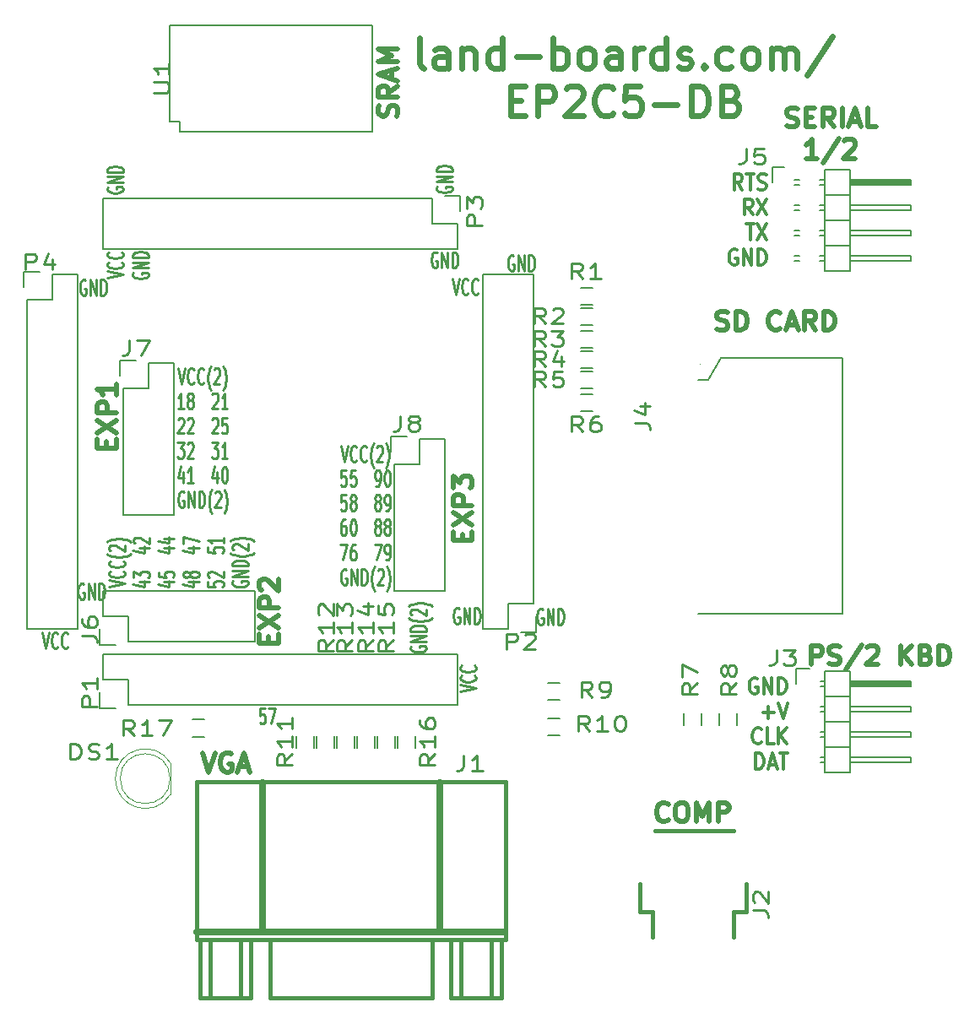
<source format=gbr>
G04 #@! TF.FileFunction,Legend,Top*
%FSLAX46Y46*%
G04 Gerber Fmt 4.6, Leading zero omitted, Abs format (unit mm)*
G04 Created by KiCad (PCBNEW (after 2015-mar-04 BZR unknown)-product) date 1/20/2017 3:32:36 PM*
%MOMM*%
G01*
G04 APERTURE LIST*
%ADD10C,0.150000*%
%ADD11C,0.250000*%
%ADD12C,0.476250*%
%ADD13C,0.300000*%
%ADD14C,0.600000*%
%ADD15C,0.381000*%
%ADD16C,0.650000*%
%ADD17C,0.010000*%
%ADD18C,0.120000*%
G04 APERTURE END LIST*
D10*
D11*
X12954167Y-74632155D02*
X13287500Y-76219655D01*
X13620834Y-74632155D01*
X14525596Y-76068464D02*
X14477977Y-76144060D01*
X14335120Y-76219655D01*
X14239882Y-76219655D01*
X14097024Y-76144060D01*
X14001786Y-75992869D01*
X13954167Y-75841679D01*
X13906548Y-75539298D01*
X13906548Y-75312512D01*
X13954167Y-75010131D01*
X14001786Y-74858940D01*
X14097024Y-74707750D01*
X14239882Y-74632155D01*
X14335120Y-74632155D01*
X14477977Y-74707750D01*
X14525596Y-74783345D01*
X15525596Y-76068464D02*
X15477977Y-76144060D01*
X15335120Y-76219655D01*
X15239882Y-76219655D01*
X15097024Y-76144060D01*
X15001786Y-75992869D01*
X14954167Y-75841679D01*
X14906548Y-75539298D01*
X14906548Y-75312512D01*
X14954167Y-75010131D01*
X15001786Y-74858940D01*
X15097024Y-74707750D01*
X15239882Y-74632155D01*
X15335120Y-74632155D01*
X15477977Y-74707750D01*
X15525596Y-74783345D01*
X17145096Y-69754750D02*
X17049858Y-69679155D01*
X16907001Y-69679155D01*
X16764143Y-69754750D01*
X16668905Y-69905940D01*
X16621286Y-70057131D01*
X16573667Y-70359512D01*
X16573667Y-70586298D01*
X16621286Y-70888679D01*
X16668905Y-71039869D01*
X16764143Y-71191060D01*
X16907001Y-71266655D01*
X17002239Y-71266655D01*
X17145096Y-71191060D01*
X17192715Y-71115464D01*
X17192715Y-70586298D01*
X17002239Y-70586298D01*
X17621286Y-71266655D02*
X17621286Y-69679155D01*
X18192715Y-71266655D01*
X18192715Y-69679155D01*
X18668905Y-71266655D02*
X18668905Y-69679155D01*
X18907000Y-69679155D01*
X19049858Y-69754750D01*
X19145096Y-69905940D01*
X19192715Y-70057131D01*
X19240334Y-70359512D01*
X19240334Y-70586298D01*
X19192715Y-70888679D01*
X19145096Y-71039869D01*
X19049858Y-71191060D01*
X18907000Y-71266655D01*
X18668905Y-71266655D01*
X17335596Y-39274750D02*
X17240358Y-39199155D01*
X17097501Y-39199155D01*
X16954643Y-39274750D01*
X16859405Y-39425940D01*
X16811786Y-39577131D01*
X16764167Y-39879512D01*
X16764167Y-40106298D01*
X16811786Y-40408679D01*
X16859405Y-40559869D01*
X16954643Y-40711060D01*
X17097501Y-40786655D01*
X17192739Y-40786655D01*
X17335596Y-40711060D01*
X17383215Y-40635464D01*
X17383215Y-40106298D01*
X17192739Y-40106298D01*
X17811786Y-40786655D02*
X17811786Y-39199155D01*
X18383215Y-40786655D01*
X18383215Y-39199155D01*
X18859405Y-40786655D02*
X18859405Y-39199155D01*
X19097500Y-39199155D01*
X19240358Y-39274750D01*
X19335596Y-39425940D01*
X19383215Y-39577131D01*
X19430834Y-39879512D01*
X19430834Y-40106298D01*
X19383215Y-40408679D01*
X19335596Y-40559869D01*
X19240358Y-40711060D01*
X19097500Y-40786655D01*
X18859405Y-40786655D01*
X19514155Y-39052333D02*
X21101655Y-38719000D01*
X19514155Y-38385666D01*
X20950464Y-37480904D02*
X21026060Y-37528523D01*
X21101655Y-37671380D01*
X21101655Y-37766618D01*
X21026060Y-37909476D01*
X20874869Y-38004714D01*
X20723679Y-38052333D01*
X20421298Y-38099952D01*
X20194512Y-38099952D01*
X19892131Y-38052333D01*
X19740940Y-38004714D01*
X19589750Y-37909476D01*
X19514155Y-37766618D01*
X19514155Y-37671380D01*
X19589750Y-37528523D01*
X19665345Y-37480904D01*
X20950464Y-36480904D02*
X21026060Y-36528523D01*
X21101655Y-36671380D01*
X21101655Y-36766618D01*
X21026060Y-36909476D01*
X20874869Y-37004714D01*
X20723679Y-37052333D01*
X20421298Y-37099952D01*
X20194512Y-37099952D01*
X19892131Y-37052333D01*
X19740940Y-37004714D01*
X19589750Y-36909476D01*
X19514155Y-36766618D01*
X19514155Y-36671380D01*
X19589750Y-36528523D01*
X19665345Y-36480904D01*
X19589750Y-29971904D02*
X19514155Y-30067142D01*
X19514155Y-30209999D01*
X19589750Y-30352857D01*
X19740940Y-30448095D01*
X19892131Y-30495714D01*
X20194512Y-30543333D01*
X20421298Y-30543333D01*
X20723679Y-30495714D01*
X20874869Y-30448095D01*
X21026060Y-30352857D01*
X21101655Y-30209999D01*
X21101655Y-30114761D01*
X21026060Y-29971904D01*
X20950464Y-29924285D01*
X20421298Y-29924285D01*
X20421298Y-30114761D01*
X21101655Y-29495714D02*
X19514155Y-29495714D01*
X21101655Y-28924285D01*
X19514155Y-28924285D01*
X21101655Y-28448095D02*
X19514155Y-28448095D01*
X19514155Y-28210000D01*
X19589750Y-28067142D01*
X19740940Y-27971904D01*
X19892131Y-27924285D01*
X20194512Y-27876666D01*
X20421298Y-27876666D01*
X20723679Y-27924285D01*
X20874869Y-27971904D01*
X21026060Y-28067142D01*
X21101655Y-28210000D01*
X21101655Y-28448095D01*
X22129750Y-38544404D02*
X22054155Y-38639642D01*
X22054155Y-38782499D01*
X22129750Y-38925357D01*
X22280940Y-39020595D01*
X22432131Y-39068214D01*
X22734512Y-39115833D01*
X22961298Y-39115833D01*
X23263679Y-39068214D01*
X23414869Y-39020595D01*
X23566060Y-38925357D01*
X23641655Y-38782499D01*
X23641655Y-38687261D01*
X23566060Y-38544404D01*
X23490464Y-38496785D01*
X22961298Y-38496785D01*
X22961298Y-38687261D01*
X23641655Y-38068214D02*
X22054155Y-38068214D01*
X23641655Y-37496785D01*
X22054155Y-37496785D01*
X23641655Y-37020595D02*
X22054155Y-37020595D01*
X22054155Y-36782500D01*
X22129750Y-36639642D01*
X22280940Y-36544404D01*
X22432131Y-36496785D01*
X22734512Y-36449166D01*
X22961298Y-36449166D01*
X23263679Y-36496785D01*
X23414869Y-36544404D01*
X23566060Y-36639642D01*
X23641655Y-36782500D01*
X23641655Y-37020595D01*
X52578096Y-36544250D02*
X52482858Y-36468655D01*
X52340001Y-36468655D01*
X52197143Y-36544250D01*
X52101905Y-36695440D01*
X52054286Y-36846631D01*
X52006667Y-37149012D01*
X52006667Y-37375798D01*
X52054286Y-37678179D01*
X52101905Y-37829369D01*
X52197143Y-37980560D01*
X52340001Y-38056155D01*
X52435239Y-38056155D01*
X52578096Y-37980560D01*
X52625715Y-37904964D01*
X52625715Y-37375798D01*
X52435239Y-37375798D01*
X53054286Y-38056155D02*
X53054286Y-36468655D01*
X53625715Y-38056155D01*
X53625715Y-36468655D01*
X54101905Y-38056155D02*
X54101905Y-36468655D01*
X54340000Y-36468655D01*
X54482858Y-36544250D01*
X54578096Y-36695440D01*
X54625715Y-36846631D01*
X54673334Y-37149012D01*
X54673334Y-37375798D01*
X54625715Y-37678179D01*
X54578096Y-37829369D01*
X54482858Y-37980560D01*
X54340000Y-38056155D01*
X54101905Y-38056155D01*
X52609750Y-29908404D02*
X52534155Y-30003642D01*
X52534155Y-30146499D01*
X52609750Y-30289357D01*
X52760940Y-30384595D01*
X52912131Y-30432214D01*
X53214512Y-30479833D01*
X53441298Y-30479833D01*
X53743679Y-30432214D01*
X53894869Y-30384595D01*
X54046060Y-30289357D01*
X54121655Y-30146499D01*
X54121655Y-30051261D01*
X54046060Y-29908404D01*
X53970464Y-29860785D01*
X53441298Y-29860785D01*
X53441298Y-30051261D01*
X54121655Y-29432214D02*
X52534155Y-29432214D01*
X54121655Y-28860785D01*
X52534155Y-28860785D01*
X54121655Y-28384595D02*
X52534155Y-28384595D01*
X52534155Y-28146500D01*
X52609750Y-28003642D01*
X52760940Y-27908404D01*
X52912131Y-27860785D01*
X53214512Y-27813166D01*
X53441298Y-27813166D01*
X53743679Y-27860785D01*
X53894869Y-27908404D01*
X54046060Y-28003642D01*
X54121655Y-28146500D01*
X54121655Y-28384595D01*
X60261596Y-36861750D02*
X60166358Y-36786155D01*
X60023501Y-36786155D01*
X59880643Y-36861750D01*
X59785405Y-37012940D01*
X59737786Y-37164131D01*
X59690167Y-37466512D01*
X59690167Y-37693298D01*
X59737786Y-37995679D01*
X59785405Y-38146869D01*
X59880643Y-38298060D01*
X60023501Y-38373655D01*
X60118739Y-38373655D01*
X60261596Y-38298060D01*
X60309215Y-38222464D01*
X60309215Y-37693298D01*
X60118739Y-37693298D01*
X60737786Y-38373655D02*
X60737786Y-36786155D01*
X61309215Y-38373655D01*
X61309215Y-36786155D01*
X61785405Y-38373655D02*
X61785405Y-36786155D01*
X62023500Y-36786155D01*
X62166358Y-36861750D01*
X62261596Y-37012940D01*
X62309215Y-37164131D01*
X62356834Y-37466512D01*
X62356834Y-37693298D01*
X62309215Y-37995679D01*
X62261596Y-38146869D01*
X62166358Y-38298060D01*
X62023500Y-38373655D01*
X61785405Y-38373655D01*
X54102167Y-39135655D02*
X54435500Y-40723155D01*
X54768834Y-39135655D01*
X55673596Y-40571964D02*
X55625977Y-40647560D01*
X55483120Y-40723155D01*
X55387882Y-40723155D01*
X55245024Y-40647560D01*
X55149786Y-40496369D01*
X55102167Y-40345179D01*
X55054548Y-40042798D01*
X55054548Y-39816012D01*
X55102167Y-39513631D01*
X55149786Y-39362440D01*
X55245024Y-39211250D01*
X55387882Y-39135655D01*
X55483120Y-39135655D01*
X55625977Y-39211250D01*
X55673596Y-39286845D01*
X56673596Y-40571964D02*
X56625977Y-40647560D01*
X56483120Y-40723155D01*
X56387882Y-40723155D01*
X56245024Y-40647560D01*
X56149786Y-40496369D01*
X56102167Y-40345179D01*
X56054548Y-40042798D01*
X56054548Y-39816012D01*
X56102167Y-39513631D01*
X56149786Y-39362440D01*
X56245024Y-39211250D01*
X56387882Y-39135655D01*
X56483120Y-39135655D01*
X56625977Y-39211250D01*
X56673596Y-39286845D01*
X63182596Y-72294750D02*
X63087358Y-72219155D01*
X62944501Y-72219155D01*
X62801643Y-72294750D01*
X62706405Y-72445940D01*
X62658786Y-72597131D01*
X62611167Y-72899512D01*
X62611167Y-73126298D01*
X62658786Y-73428679D01*
X62706405Y-73579869D01*
X62801643Y-73731060D01*
X62944501Y-73806655D01*
X63039739Y-73806655D01*
X63182596Y-73731060D01*
X63230215Y-73655464D01*
X63230215Y-73126298D01*
X63039739Y-73126298D01*
X63658786Y-73806655D02*
X63658786Y-72219155D01*
X64230215Y-73806655D01*
X64230215Y-72219155D01*
X64706405Y-73806655D02*
X64706405Y-72219155D01*
X64944500Y-72219155D01*
X65087358Y-72294750D01*
X65182596Y-72445940D01*
X65230215Y-72597131D01*
X65277834Y-72899512D01*
X65277834Y-73126298D01*
X65230215Y-73428679D01*
X65182596Y-73579869D01*
X65087358Y-73731060D01*
X64944500Y-73806655D01*
X64706405Y-73806655D01*
X54800596Y-72231250D02*
X54705358Y-72155655D01*
X54562501Y-72155655D01*
X54419643Y-72231250D01*
X54324405Y-72382440D01*
X54276786Y-72533631D01*
X54229167Y-72836012D01*
X54229167Y-73062798D01*
X54276786Y-73365179D01*
X54324405Y-73516369D01*
X54419643Y-73667560D01*
X54562501Y-73743155D01*
X54657739Y-73743155D01*
X54800596Y-73667560D01*
X54848215Y-73591964D01*
X54848215Y-73062798D01*
X54657739Y-73062798D01*
X55276786Y-73743155D02*
X55276786Y-72155655D01*
X55848215Y-73743155D01*
X55848215Y-72155655D01*
X56324405Y-73743155D02*
X56324405Y-72155655D01*
X56562500Y-72155655D01*
X56705358Y-72231250D01*
X56800596Y-72382440D01*
X56848215Y-72533631D01*
X56895834Y-72836012D01*
X56895834Y-73062798D01*
X56848215Y-73365179D01*
X56800596Y-73516369D01*
X56705358Y-73667560D01*
X56562500Y-73743155D01*
X56324405Y-73743155D01*
X54883655Y-80517833D02*
X56471155Y-80184500D01*
X54883655Y-79851166D01*
X56319964Y-78946404D02*
X56395560Y-78994023D01*
X56471155Y-79136880D01*
X56471155Y-79232118D01*
X56395560Y-79374976D01*
X56244369Y-79470214D01*
X56093179Y-79517833D01*
X55790798Y-79565452D01*
X55564012Y-79565452D01*
X55261631Y-79517833D01*
X55110440Y-79470214D01*
X54959250Y-79374976D01*
X54883655Y-79232118D01*
X54883655Y-79136880D01*
X54959250Y-78994023D01*
X55034845Y-78946404D01*
X56319964Y-77946404D02*
X56395560Y-77994023D01*
X56471155Y-78136880D01*
X56471155Y-78232118D01*
X56395560Y-78374976D01*
X56244369Y-78470214D01*
X56093179Y-78517833D01*
X55790798Y-78565452D01*
X55564012Y-78565452D01*
X55261631Y-78517833D01*
X55110440Y-78470214D01*
X54959250Y-78374976D01*
X54883655Y-78232118D01*
X54883655Y-78136880D01*
X54959250Y-77994023D01*
X55034845Y-77946404D01*
X50006250Y-76009262D02*
X49930655Y-76104500D01*
X49930655Y-76247357D01*
X50006250Y-76390215D01*
X50157440Y-76485453D01*
X50308631Y-76533072D01*
X50611012Y-76580691D01*
X50837798Y-76580691D01*
X51140179Y-76533072D01*
X51291369Y-76485453D01*
X51442560Y-76390215D01*
X51518155Y-76247357D01*
X51518155Y-76152119D01*
X51442560Y-76009262D01*
X51366964Y-75961643D01*
X50837798Y-75961643D01*
X50837798Y-76152119D01*
X51518155Y-75533072D02*
X49930655Y-75533072D01*
X51518155Y-74961643D01*
X49930655Y-74961643D01*
X51518155Y-74485453D02*
X49930655Y-74485453D01*
X49930655Y-74247358D01*
X50006250Y-74104500D01*
X50157440Y-74009262D01*
X50308631Y-73961643D01*
X50611012Y-73914024D01*
X50837798Y-73914024D01*
X51140179Y-73961643D01*
X51291369Y-74009262D01*
X51442560Y-74104500D01*
X51518155Y-74247358D01*
X51518155Y-74485453D01*
X52122917Y-73199738D02*
X52047321Y-73247358D01*
X51820536Y-73342596D01*
X51669345Y-73390215D01*
X51442560Y-73437834D01*
X51064583Y-73485453D01*
X50762202Y-73485453D01*
X50384226Y-73437834D01*
X50157440Y-73390215D01*
X50006250Y-73342596D01*
X49779464Y-73247358D01*
X49703869Y-73199738D01*
X50081845Y-72866405D02*
X50006250Y-72818786D01*
X49930655Y-72723548D01*
X49930655Y-72485452D01*
X50006250Y-72390214D01*
X50081845Y-72342595D01*
X50233036Y-72294976D01*
X50384226Y-72294976D01*
X50611012Y-72342595D01*
X51518155Y-72914024D01*
X51518155Y-72294976D01*
X52122917Y-71961643D02*
X52047321Y-71914024D01*
X51820536Y-71818786D01*
X51669345Y-71771167D01*
X51442560Y-71723548D01*
X51064583Y-71675929D01*
X50762202Y-71675929D01*
X50384226Y-71723548D01*
X50157440Y-71771167D01*
X50006250Y-71818786D01*
X49779464Y-71914024D01*
X49703869Y-71961643D01*
X35321905Y-82188655D02*
X34845714Y-82188655D01*
X34798095Y-82944607D01*
X34845714Y-82869012D01*
X34940952Y-82793417D01*
X35179048Y-82793417D01*
X35274286Y-82869012D01*
X35321905Y-82944607D01*
X35369524Y-83095798D01*
X35369524Y-83473774D01*
X35321905Y-83624964D01*
X35274286Y-83700560D01*
X35179048Y-83776155D01*
X34940952Y-83776155D01*
X34845714Y-83700560D01*
X34798095Y-83624964D01*
X35702857Y-82188655D02*
X36369524Y-82188655D01*
X35940952Y-83776155D01*
X42926309Y-55877905D02*
X43259642Y-57465405D01*
X43592976Y-55877905D01*
X44497738Y-57314214D02*
X44450119Y-57389810D01*
X44307262Y-57465405D01*
X44212024Y-57465405D01*
X44069166Y-57389810D01*
X43973928Y-57238619D01*
X43926309Y-57087429D01*
X43878690Y-56785048D01*
X43878690Y-56558262D01*
X43926309Y-56255881D01*
X43973928Y-56104690D01*
X44069166Y-55953500D01*
X44212024Y-55877905D01*
X44307262Y-55877905D01*
X44450119Y-55953500D01*
X44497738Y-56029095D01*
X45497738Y-57314214D02*
X45450119Y-57389810D01*
X45307262Y-57465405D01*
X45212024Y-57465405D01*
X45069166Y-57389810D01*
X44973928Y-57238619D01*
X44926309Y-57087429D01*
X44878690Y-56785048D01*
X44878690Y-56558262D01*
X44926309Y-56255881D01*
X44973928Y-56104690D01*
X45069166Y-55953500D01*
X45212024Y-55877905D01*
X45307262Y-55877905D01*
X45450119Y-55953500D01*
X45497738Y-56029095D01*
X46212024Y-58070167D02*
X46164404Y-57994571D01*
X46069166Y-57767786D01*
X46021547Y-57616595D01*
X45973928Y-57389810D01*
X45926309Y-57011833D01*
X45926309Y-56709452D01*
X45973928Y-56331476D01*
X46021547Y-56104690D01*
X46069166Y-55953500D01*
X46164404Y-55726714D01*
X46212024Y-55651119D01*
X46545357Y-56029095D02*
X46592976Y-55953500D01*
X46688214Y-55877905D01*
X46926310Y-55877905D01*
X47021548Y-55953500D01*
X47069167Y-56029095D01*
X47116786Y-56180286D01*
X47116786Y-56331476D01*
X47069167Y-56558262D01*
X46497738Y-57465405D01*
X47116786Y-57465405D01*
X47450119Y-58070167D02*
X47497738Y-57994571D01*
X47592976Y-57767786D01*
X47640595Y-57616595D01*
X47688214Y-57389810D01*
X47735833Y-57011833D01*
X47735833Y-56709452D01*
X47688214Y-56331476D01*
X47640595Y-56104690D01*
X47592976Y-55953500D01*
X47497738Y-55726714D01*
X47450119Y-55651119D01*
X43450119Y-58350405D02*
X42973928Y-58350405D01*
X42926309Y-59106357D01*
X42973928Y-59030762D01*
X43069166Y-58955167D01*
X43307262Y-58955167D01*
X43402500Y-59030762D01*
X43450119Y-59106357D01*
X43497738Y-59257548D01*
X43497738Y-59635524D01*
X43450119Y-59786714D01*
X43402500Y-59862310D01*
X43307262Y-59937905D01*
X43069166Y-59937905D01*
X42973928Y-59862310D01*
X42926309Y-59786714D01*
X44402500Y-58350405D02*
X43926309Y-58350405D01*
X43878690Y-59106357D01*
X43926309Y-59030762D01*
X44021547Y-58955167D01*
X44259643Y-58955167D01*
X44354881Y-59030762D01*
X44402500Y-59106357D01*
X44450119Y-59257548D01*
X44450119Y-59635524D01*
X44402500Y-59786714D01*
X44354881Y-59862310D01*
X44259643Y-59937905D01*
X44021547Y-59937905D01*
X43926309Y-59862310D01*
X43878690Y-59786714D01*
X46450119Y-59937905D02*
X46640595Y-59937905D01*
X46735834Y-59862310D01*
X46783453Y-59786714D01*
X46878691Y-59559929D01*
X46926310Y-59257548D01*
X46926310Y-58652786D01*
X46878691Y-58501595D01*
X46831072Y-58426000D01*
X46735834Y-58350405D01*
X46545357Y-58350405D01*
X46450119Y-58426000D01*
X46402500Y-58501595D01*
X46354881Y-58652786D01*
X46354881Y-59030762D01*
X46402500Y-59181952D01*
X46450119Y-59257548D01*
X46545357Y-59333143D01*
X46735834Y-59333143D01*
X46831072Y-59257548D01*
X46878691Y-59181952D01*
X46926310Y-59030762D01*
X47545357Y-58350405D02*
X47640596Y-58350405D01*
X47735834Y-58426000D01*
X47783453Y-58501595D01*
X47831072Y-58652786D01*
X47878691Y-58955167D01*
X47878691Y-59333143D01*
X47831072Y-59635524D01*
X47783453Y-59786714D01*
X47735834Y-59862310D01*
X47640596Y-59937905D01*
X47545357Y-59937905D01*
X47450119Y-59862310D01*
X47402500Y-59786714D01*
X47354881Y-59635524D01*
X47307262Y-59333143D01*
X47307262Y-58955167D01*
X47354881Y-58652786D01*
X47402500Y-58501595D01*
X47450119Y-58426000D01*
X47545357Y-58350405D01*
X43450119Y-60822905D02*
X42973928Y-60822905D01*
X42926309Y-61578857D01*
X42973928Y-61503262D01*
X43069166Y-61427667D01*
X43307262Y-61427667D01*
X43402500Y-61503262D01*
X43450119Y-61578857D01*
X43497738Y-61730048D01*
X43497738Y-62108024D01*
X43450119Y-62259214D01*
X43402500Y-62334810D01*
X43307262Y-62410405D01*
X43069166Y-62410405D01*
X42973928Y-62334810D01*
X42926309Y-62259214D01*
X44069166Y-61503262D02*
X43973928Y-61427667D01*
X43926309Y-61352071D01*
X43878690Y-61200881D01*
X43878690Y-61125286D01*
X43926309Y-60974095D01*
X43973928Y-60898500D01*
X44069166Y-60822905D01*
X44259643Y-60822905D01*
X44354881Y-60898500D01*
X44402500Y-60974095D01*
X44450119Y-61125286D01*
X44450119Y-61200881D01*
X44402500Y-61352071D01*
X44354881Y-61427667D01*
X44259643Y-61503262D01*
X44069166Y-61503262D01*
X43973928Y-61578857D01*
X43926309Y-61654452D01*
X43878690Y-61805643D01*
X43878690Y-62108024D01*
X43926309Y-62259214D01*
X43973928Y-62334810D01*
X44069166Y-62410405D01*
X44259643Y-62410405D01*
X44354881Y-62334810D01*
X44402500Y-62259214D01*
X44450119Y-62108024D01*
X44450119Y-61805643D01*
X44402500Y-61654452D01*
X44354881Y-61578857D01*
X44259643Y-61503262D01*
X46545357Y-61503262D02*
X46450119Y-61427667D01*
X46402500Y-61352071D01*
X46354881Y-61200881D01*
X46354881Y-61125286D01*
X46402500Y-60974095D01*
X46450119Y-60898500D01*
X46545357Y-60822905D01*
X46735834Y-60822905D01*
X46831072Y-60898500D01*
X46878691Y-60974095D01*
X46926310Y-61125286D01*
X46926310Y-61200881D01*
X46878691Y-61352071D01*
X46831072Y-61427667D01*
X46735834Y-61503262D01*
X46545357Y-61503262D01*
X46450119Y-61578857D01*
X46402500Y-61654452D01*
X46354881Y-61805643D01*
X46354881Y-62108024D01*
X46402500Y-62259214D01*
X46450119Y-62334810D01*
X46545357Y-62410405D01*
X46735834Y-62410405D01*
X46831072Y-62334810D01*
X46878691Y-62259214D01*
X46926310Y-62108024D01*
X46926310Y-61805643D01*
X46878691Y-61654452D01*
X46831072Y-61578857D01*
X46735834Y-61503262D01*
X47402500Y-62410405D02*
X47592976Y-62410405D01*
X47688215Y-62334810D01*
X47735834Y-62259214D01*
X47831072Y-62032429D01*
X47878691Y-61730048D01*
X47878691Y-61125286D01*
X47831072Y-60974095D01*
X47783453Y-60898500D01*
X47688215Y-60822905D01*
X47497738Y-60822905D01*
X47402500Y-60898500D01*
X47354881Y-60974095D01*
X47307262Y-61125286D01*
X47307262Y-61503262D01*
X47354881Y-61654452D01*
X47402500Y-61730048D01*
X47497738Y-61805643D01*
X47688215Y-61805643D01*
X47783453Y-61730048D01*
X47831072Y-61654452D01*
X47878691Y-61503262D01*
X43402500Y-63295405D02*
X43212023Y-63295405D01*
X43116785Y-63371000D01*
X43069166Y-63446595D01*
X42973928Y-63673381D01*
X42926309Y-63975762D01*
X42926309Y-64580524D01*
X42973928Y-64731714D01*
X43021547Y-64807310D01*
X43116785Y-64882905D01*
X43307262Y-64882905D01*
X43402500Y-64807310D01*
X43450119Y-64731714D01*
X43497738Y-64580524D01*
X43497738Y-64202548D01*
X43450119Y-64051357D01*
X43402500Y-63975762D01*
X43307262Y-63900167D01*
X43116785Y-63900167D01*
X43021547Y-63975762D01*
X42973928Y-64051357D01*
X42926309Y-64202548D01*
X44116785Y-63295405D02*
X44212024Y-63295405D01*
X44307262Y-63371000D01*
X44354881Y-63446595D01*
X44402500Y-63597786D01*
X44450119Y-63900167D01*
X44450119Y-64278143D01*
X44402500Y-64580524D01*
X44354881Y-64731714D01*
X44307262Y-64807310D01*
X44212024Y-64882905D01*
X44116785Y-64882905D01*
X44021547Y-64807310D01*
X43973928Y-64731714D01*
X43926309Y-64580524D01*
X43878690Y-64278143D01*
X43878690Y-63900167D01*
X43926309Y-63597786D01*
X43973928Y-63446595D01*
X44021547Y-63371000D01*
X44116785Y-63295405D01*
X46545357Y-63975762D02*
X46450119Y-63900167D01*
X46402500Y-63824571D01*
X46354881Y-63673381D01*
X46354881Y-63597786D01*
X46402500Y-63446595D01*
X46450119Y-63371000D01*
X46545357Y-63295405D01*
X46735834Y-63295405D01*
X46831072Y-63371000D01*
X46878691Y-63446595D01*
X46926310Y-63597786D01*
X46926310Y-63673381D01*
X46878691Y-63824571D01*
X46831072Y-63900167D01*
X46735834Y-63975762D01*
X46545357Y-63975762D01*
X46450119Y-64051357D01*
X46402500Y-64126952D01*
X46354881Y-64278143D01*
X46354881Y-64580524D01*
X46402500Y-64731714D01*
X46450119Y-64807310D01*
X46545357Y-64882905D01*
X46735834Y-64882905D01*
X46831072Y-64807310D01*
X46878691Y-64731714D01*
X46926310Y-64580524D01*
X46926310Y-64278143D01*
X46878691Y-64126952D01*
X46831072Y-64051357D01*
X46735834Y-63975762D01*
X47497738Y-63975762D02*
X47402500Y-63900167D01*
X47354881Y-63824571D01*
X47307262Y-63673381D01*
X47307262Y-63597786D01*
X47354881Y-63446595D01*
X47402500Y-63371000D01*
X47497738Y-63295405D01*
X47688215Y-63295405D01*
X47783453Y-63371000D01*
X47831072Y-63446595D01*
X47878691Y-63597786D01*
X47878691Y-63673381D01*
X47831072Y-63824571D01*
X47783453Y-63900167D01*
X47688215Y-63975762D01*
X47497738Y-63975762D01*
X47402500Y-64051357D01*
X47354881Y-64126952D01*
X47307262Y-64278143D01*
X47307262Y-64580524D01*
X47354881Y-64731714D01*
X47402500Y-64807310D01*
X47497738Y-64882905D01*
X47688215Y-64882905D01*
X47783453Y-64807310D01*
X47831072Y-64731714D01*
X47878691Y-64580524D01*
X47878691Y-64278143D01*
X47831072Y-64126952D01*
X47783453Y-64051357D01*
X47688215Y-63975762D01*
X42878690Y-65767905D02*
X43545357Y-65767905D01*
X43116785Y-67355405D01*
X44354881Y-65767905D02*
X44164404Y-65767905D01*
X44069166Y-65843500D01*
X44021547Y-65919095D01*
X43926309Y-66145881D01*
X43878690Y-66448262D01*
X43878690Y-67053024D01*
X43926309Y-67204214D01*
X43973928Y-67279810D01*
X44069166Y-67355405D01*
X44259643Y-67355405D01*
X44354881Y-67279810D01*
X44402500Y-67204214D01*
X44450119Y-67053024D01*
X44450119Y-66675048D01*
X44402500Y-66523857D01*
X44354881Y-66448262D01*
X44259643Y-66372667D01*
X44069166Y-66372667D01*
X43973928Y-66448262D01*
X43926309Y-66523857D01*
X43878690Y-66675048D01*
X46307262Y-65767905D02*
X46973929Y-65767905D01*
X46545357Y-67355405D01*
X47402500Y-67355405D02*
X47592976Y-67355405D01*
X47688215Y-67279810D01*
X47735834Y-67204214D01*
X47831072Y-66977429D01*
X47878691Y-66675048D01*
X47878691Y-66070286D01*
X47831072Y-65919095D01*
X47783453Y-65843500D01*
X47688215Y-65767905D01*
X47497738Y-65767905D01*
X47402500Y-65843500D01*
X47354881Y-65919095D01*
X47307262Y-66070286D01*
X47307262Y-66448262D01*
X47354881Y-66599452D01*
X47402500Y-66675048D01*
X47497738Y-66750643D01*
X47688215Y-66750643D01*
X47783453Y-66675048D01*
X47831072Y-66599452D01*
X47878691Y-66448262D01*
X43497738Y-68316000D02*
X43402500Y-68240405D01*
X43259643Y-68240405D01*
X43116785Y-68316000D01*
X43021547Y-68467190D01*
X42973928Y-68618381D01*
X42926309Y-68920762D01*
X42926309Y-69147548D01*
X42973928Y-69449929D01*
X43021547Y-69601119D01*
X43116785Y-69752310D01*
X43259643Y-69827905D01*
X43354881Y-69827905D01*
X43497738Y-69752310D01*
X43545357Y-69676714D01*
X43545357Y-69147548D01*
X43354881Y-69147548D01*
X43973928Y-69827905D02*
X43973928Y-68240405D01*
X44545357Y-69827905D01*
X44545357Y-68240405D01*
X45021547Y-69827905D02*
X45021547Y-68240405D01*
X45259642Y-68240405D01*
X45402500Y-68316000D01*
X45497738Y-68467190D01*
X45545357Y-68618381D01*
X45592976Y-68920762D01*
X45592976Y-69147548D01*
X45545357Y-69449929D01*
X45497738Y-69601119D01*
X45402500Y-69752310D01*
X45259642Y-69827905D01*
X45021547Y-69827905D01*
X46307262Y-70432667D02*
X46259642Y-70357071D01*
X46164404Y-70130286D01*
X46116785Y-69979095D01*
X46069166Y-69752310D01*
X46021547Y-69374333D01*
X46021547Y-69071952D01*
X46069166Y-68693976D01*
X46116785Y-68467190D01*
X46164404Y-68316000D01*
X46259642Y-68089214D01*
X46307262Y-68013619D01*
X46640595Y-68391595D02*
X46688214Y-68316000D01*
X46783452Y-68240405D01*
X47021548Y-68240405D01*
X47116786Y-68316000D01*
X47164405Y-68391595D01*
X47212024Y-68542786D01*
X47212024Y-68693976D01*
X47164405Y-68920762D01*
X46592976Y-69827905D01*
X47212024Y-69827905D01*
X47545357Y-70432667D02*
X47592976Y-70357071D01*
X47688214Y-70130286D01*
X47735833Y-69979095D01*
X47783452Y-69752310D01*
X47831071Y-69374333D01*
X47831071Y-69071952D01*
X47783452Y-68693976D01*
X47735833Y-68467190D01*
X47688214Y-68316000D01*
X47592976Y-68089214D01*
X47545357Y-68013619D01*
D12*
X55108929Y-65405000D02*
X55108929Y-64770000D01*
X56106786Y-64497857D02*
X56106786Y-65405000D01*
X54201786Y-65405000D01*
X54201786Y-64497857D01*
X54201786Y-63862857D02*
X56106786Y-62592857D01*
X54201786Y-62592857D02*
X56106786Y-63862857D01*
X56106786Y-61867143D02*
X54201786Y-61867143D01*
X54201786Y-61141428D01*
X54292500Y-60960000D01*
X54383214Y-60869285D01*
X54564643Y-60778571D01*
X54836786Y-60778571D01*
X55018214Y-60869285D01*
X55108929Y-60960000D01*
X55199643Y-61141428D01*
X55199643Y-61867143D01*
X54201786Y-60143571D02*
X54201786Y-58964285D01*
X54927500Y-59599285D01*
X54927500Y-59327143D01*
X55018214Y-59145714D01*
X55108929Y-59055000D01*
X55290357Y-58964285D01*
X55743929Y-58964285D01*
X55925357Y-59055000D01*
X56016071Y-59145714D01*
X56106786Y-59327143D01*
X56106786Y-59871428D01*
X56016071Y-60052857D01*
X55925357Y-60143571D01*
X19421929Y-56134000D02*
X19421929Y-55499000D01*
X20419786Y-55226857D02*
X20419786Y-56134000D01*
X18514786Y-56134000D01*
X18514786Y-55226857D01*
X18514786Y-54591857D02*
X20419786Y-53321857D01*
X18514786Y-53321857D02*
X20419786Y-54591857D01*
X20419786Y-52596143D02*
X18514786Y-52596143D01*
X18514786Y-51870428D01*
X18605500Y-51689000D01*
X18696214Y-51598285D01*
X18877643Y-51507571D01*
X19149786Y-51507571D01*
X19331214Y-51598285D01*
X19421929Y-51689000D01*
X19512643Y-51870428D01*
X19512643Y-52596143D01*
X20419786Y-49693285D02*
X20419786Y-50781857D01*
X20419786Y-50237571D02*
X18514786Y-50237571D01*
X18786929Y-50419000D01*
X18968357Y-50600428D01*
X19059071Y-50781857D01*
D11*
X26606809Y-48130905D02*
X26940142Y-49718405D01*
X27273476Y-48130905D01*
X28178238Y-49567214D02*
X28130619Y-49642810D01*
X27987762Y-49718405D01*
X27892524Y-49718405D01*
X27749666Y-49642810D01*
X27654428Y-49491619D01*
X27606809Y-49340429D01*
X27559190Y-49038048D01*
X27559190Y-48811262D01*
X27606809Y-48508881D01*
X27654428Y-48357690D01*
X27749666Y-48206500D01*
X27892524Y-48130905D01*
X27987762Y-48130905D01*
X28130619Y-48206500D01*
X28178238Y-48282095D01*
X29178238Y-49567214D02*
X29130619Y-49642810D01*
X28987762Y-49718405D01*
X28892524Y-49718405D01*
X28749666Y-49642810D01*
X28654428Y-49491619D01*
X28606809Y-49340429D01*
X28559190Y-49038048D01*
X28559190Y-48811262D01*
X28606809Y-48508881D01*
X28654428Y-48357690D01*
X28749666Y-48206500D01*
X28892524Y-48130905D01*
X28987762Y-48130905D01*
X29130619Y-48206500D01*
X29178238Y-48282095D01*
X29892524Y-50323167D02*
X29844904Y-50247571D01*
X29749666Y-50020786D01*
X29702047Y-49869595D01*
X29654428Y-49642810D01*
X29606809Y-49264833D01*
X29606809Y-48962452D01*
X29654428Y-48584476D01*
X29702047Y-48357690D01*
X29749666Y-48206500D01*
X29844904Y-47979714D01*
X29892524Y-47904119D01*
X30225857Y-48282095D02*
X30273476Y-48206500D01*
X30368714Y-48130905D01*
X30606810Y-48130905D01*
X30702048Y-48206500D01*
X30749667Y-48282095D01*
X30797286Y-48433286D01*
X30797286Y-48584476D01*
X30749667Y-48811262D01*
X30178238Y-49718405D01*
X30797286Y-49718405D01*
X31130619Y-50323167D02*
X31178238Y-50247571D01*
X31273476Y-50020786D01*
X31321095Y-49869595D01*
X31368714Y-49642810D01*
X31416333Y-49264833D01*
X31416333Y-48962452D01*
X31368714Y-48584476D01*
X31321095Y-48357690D01*
X31273476Y-48206500D01*
X31178238Y-47979714D01*
X31130619Y-47904119D01*
X27178238Y-52190905D02*
X26606809Y-52190905D01*
X26892523Y-52190905D02*
X26892523Y-50603405D01*
X26797285Y-50830190D01*
X26702047Y-50981381D01*
X26606809Y-51056976D01*
X27749666Y-51283762D02*
X27654428Y-51208167D01*
X27606809Y-51132571D01*
X27559190Y-50981381D01*
X27559190Y-50905786D01*
X27606809Y-50754595D01*
X27654428Y-50679000D01*
X27749666Y-50603405D01*
X27940143Y-50603405D01*
X28035381Y-50679000D01*
X28083000Y-50754595D01*
X28130619Y-50905786D01*
X28130619Y-50981381D01*
X28083000Y-51132571D01*
X28035381Y-51208167D01*
X27940143Y-51283762D01*
X27749666Y-51283762D01*
X27654428Y-51359357D01*
X27606809Y-51434952D01*
X27559190Y-51586143D01*
X27559190Y-51888524D01*
X27606809Y-52039714D01*
X27654428Y-52115310D01*
X27749666Y-52190905D01*
X27940143Y-52190905D01*
X28035381Y-52115310D01*
X28083000Y-52039714D01*
X28130619Y-51888524D01*
X28130619Y-51586143D01*
X28083000Y-51434952D01*
X28035381Y-51359357D01*
X27940143Y-51283762D01*
X30035381Y-50754595D02*
X30083000Y-50679000D01*
X30178238Y-50603405D01*
X30416334Y-50603405D01*
X30511572Y-50679000D01*
X30559191Y-50754595D01*
X30606810Y-50905786D01*
X30606810Y-51056976D01*
X30559191Y-51283762D01*
X29987762Y-52190905D01*
X30606810Y-52190905D01*
X31559191Y-52190905D02*
X30987762Y-52190905D01*
X31273476Y-52190905D02*
X31273476Y-50603405D01*
X31178238Y-50830190D01*
X31083000Y-50981381D01*
X30987762Y-51056976D01*
X26606809Y-53227095D02*
X26654428Y-53151500D01*
X26749666Y-53075905D01*
X26987762Y-53075905D01*
X27083000Y-53151500D01*
X27130619Y-53227095D01*
X27178238Y-53378286D01*
X27178238Y-53529476D01*
X27130619Y-53756262D01*
X26559190Y-54663405D01*
X27178238Y-54663405D01*
X27559190Y-53227095D02*
X27606809Y-53151500D01*
X27702047Y-53075905D01*
X27940143Y-53075905D01*
X28035381Y-53151500D01*
X28083000Y-53227095D01*
X28130619Y-53378286D01*
X28130619Y-53529476D01*
X28083000Y-53756262D01*
X27511571Y-54663405D01*
X28130619Y-54663405D01*
X30035381Y-53227095D02*
X30083000Y-53151500D01*
X30178238Y-53075905D01*
X30416334Y-53075905D01*
X30511572Y-53151500D01*
X30559191Y-53227095D01*
X30606810Y-53378286D01*
X30606810Y-53529476D01*
X30559191Y-53756262D01*
X29987762Y-54663405D01*
X30606810Y-54663405D01*
X31511572Y-53075905D02*
X31035381Y-53075905D01*
X30987762Y-53831857D01*
X31035381Y-53756262D01*
X31130619Y-53680667D01*
X31368715Y-53680667D01*
X31463953Y-53756262D01*
X31511572Y-53831857D01*
X31559191Y-53983048D01*
X31559191Y-54361024D01*
X31511572Y-54512214D01*
X31463953Y-54587810D01*
X31368715Y-54663405D01*
X31130619Y-54663405D01*
X31035381Y-54587810D01*
X30987762Y-54512214D01*
X26559190Y-55548405D02*
X27178238Y-55548405D01*
X26844904Y-56153167D01*
X26987762Y-56153167D01*
X27083000Y-56228762D01*
X27130619Y-56304357D01*
X27178238Y-56455548D01*
X27178238Y-56833524D01*
X27130619Y-56984714D01*
X27083000Y-57060310D01*
X26987762Y-57135905D01*
X26702047Y-57135905D01*
X26606809Y-57060310D01*
X26559190Y-56984714D01*
X27559190Y-55699595D02*
X27606809Y-55624000D01*
X27702047Y-55548405D01*
X27940143Y-55548405D01*
X28035381Y-55624000D01*
X28083000Y-55699595D01*
X28130619Y-55850786D01*
X28130619Y-56001976D01*
X28083000Y-56228762D01*
X27511571Y-57135905D01*
X28130619Y-57135905D01*
X29987762Y-55548405D02*
X30606810Y-55548405D01*
X30273476Y-56153167D01*
X30416334Y-56153167D01*
X30511572Y-56228762D01*
X30559191Y-56304357D01*
X30606810Y-56455548D01*
X30606810Y-56833524D01*
X30559191Y-56984714D01*
X30511572Y-57060310D01*
X30416334Y-57135905D01*
X30130619Y-57135905D01*
X30035381Y-57060310D01*
X29987762Y-56984714D01*
X31559191Y-57135905D02*
X30987762Y-57135905D01*
X31273476Y-57135905D02*
X31273476Y-55548405D01*
X31178238Y-55775190D01*
X31083000Y-55926381D01*
X30987762Y-56001976D01*
X27083000Y-58550071D02*
X27083000Y-59608405D01*
X26844904Y-57945310D02*
X26606809Y-59079238D01*
X27225857Y-59079238D01*
X28130619Y-59608405D02*
X27559190Y-59608405D01*
X27844904Y-59608405D02*
X27844904Y-58020905D01*
X27749666Y-58247690D01*
X27654428Y-58398881D01*
X27559190Y-58474476D01*
X30511572Y-58550071D02*
X30511572Y-59608405D01*
X30273476Y-57945310D02*
X30035381Y-59079238D01*
X30654429Y-59079238D01*
X31225857Y-58020905D02*
X31321096Y-58020905D01*
X31416334Y-58096500D01*
X31463953Y-58172095D01*
X31511572Y-58323286D01*
X31559191Y-58625667D01*
X31559191Y-59003643D01*
X31511572Y-59306024D01*
X31463953Y-59457214D01*
X31416334Y-59532810D01*
X31321096Y-59608405D01*
X31225857Y-59608405D01*
X31130619Y-59532810D01*
X31083000Y-59457214D01*
X31035381Y-59306024D01*
X30987762Y-59003643D01*
X30987762Y-58625667D01*
X31035381Y-58323286D01*
X31083000Y-58172095D01*
X31130619Y-58096500D01*
X31225857Y-58020905D01*
X27178238Y-60569000D02*
X27083000Y-60493405D01*
X26940143Y-60493405D01*
X26797285Y-60569000D01*
X26702047Y-60720190D01*
X26654428Y-60871381D01*
X26606809Y-61173762D01*
X26606809Y-61400548D01*
X26654428Y-61702929D01*
X26702047Y-61854119D01*
X26797285Y-62005310D01*
X26940143Y-62080905D01*
X27035381Y-62080905D01*
X27178238Y-62005310D01*
X27225857Y-61929714D01*
X27225857Y-61400548D01*
X27035381Y-61400548D01*
X27654428Y-62080905D02*
X27654428Y-60493405D01*
X28225857Y-62080905D01*
X28225857Y-60493405D01*
X28702047Y-62080905D02*
X28702047Y-60493405D01*
X28940142Y-60493405D01*
X29083000Y-60569000D01*
X29178238Y-60720190D01*
X29225857Y-60871381D01*
X29273476Y-61173762D01*
X29273476Y-61400548D01*
X29225857Y-61702929D01*
X29178238Y-61854119D01*
X29083000Y-62005310D01*
X28940142Y-62080905D01*
X28702047Y-62080905D01*
X29987762Y-62685667D02*
X29940142Y-62610071D01*
X29844904Y-62383286D01*
X29797285Y-62232095D01*
X29749666Y-62005310D01*
X29702047Y-61627333D01*
X29702047Y-61324952D01*
X29749666Y-60946976D01*
X29797285Y-60720190D01*
X29844904Y-60569000D01*
X29940142Y-60342214D01*
X29987762Y-60266619D01*
X30321095Y-60644595D02*
X30368714Y-60569000D01*
X30463952Y-60493405D01*
X30702048Y-60493405D01*
X30797286Y-60569000D01*
X30844905Y-60644595D01*
X30892524Y-60795786D01*
X30892524Y-60946976D01*
X30844905Y-61173762D01*
X30273476Y-62080905D01*
X30892524Y-62080905D01*
X31225857Y-62685667D02*
X31273476Y-62610071D01*
X31368714Y-62383286D01*
X31416333Y-62232095D01*
X31463952Y-62005310D01*
X31511571Y-61627333D01*
X31511571Y-61324952D01*
X31463952Y-60946976D01*
X31416333Y-60720190D01*
X31368714Y-60569000D01*
X31273476Y-60342214D01*
X31225857Y-60266619D01*
X19682905Y-70040191D02*
X21270405Y-69706858D01*
X19682905Y-69373524D01*
X21119214Y-68468762D02*
X21194810Y-68516381D01*
X21270405Y-68659238D01*
X21270405Y-68754476D01*
X21194810Y-68897334D01*
X21043619Y-68992572D01*
X20892429Y-69040191D01*
X20590048Y-69087810D01*
X20363262Y-69087810D01*
X20060881Y-69040191D01*
X19909690Y-68992572D01*
X19758500Y-68897334D01*
X19682905Y-68754476D01*
X19682905Y-68659238D01*
X19758500Y-68516381D01*
X19834095Y-68468762D01*
X21119214Y-67468762D02*
X21194810Y-67516381D01*
X21270405Y-67659238D01*
X21270405Y-67754476D01*
X21194810Y-67897334D01*
X21043619Y-67992572D01*
X20892429Y-68040191D01*
X20590048Y-68087810D01*
X20363262Y-68087810D01*
X20060881Y-68040191D01*
X19909690Y-67992572D01*
X19758500Y-67897334D01*
X19682905Y-67754476D01*
X19682905Y-67659238D01*
X19758500Y-67516381D01*
X19834095Y-67468762D01*
X21875167Y-66754476D02*
X21799571Y-66802096D01*
X21572786Y-66897334D01*
X21421595Y-66944953D01*
X21194810Y-66992572D01*
X20816833Y-67040191D01*
X20514452Y-67040191D01*
X20136476Y-66992572D01*
X19909690Y-66944953D01*
X19758500Y-66897334D01*
X19531714Y-66802096D01*
X19456119Y-66754476D01*
X19834095Y-66421143D02*
X19758500Y-66373524D01*
X19682905Y-66278286D01*
X19682905Y-66040190D01*
X19758500Y-65944952D01*
X19834095Y-65897333D01*
X19985286Y-65849714D01*
X20136476Y-65849714D01*
X20363262Y-65897333D01*
X21270405Y-66468762D01*
X21270405Y-65849714D01*
X21875167Y-65516381D02*
X21799571Y-65468762D01*
X21572786Y-65373524D01*
X21421595Y-65325905D01*
X21194810Y-65278286D01*
X20816833Y-65230667D01*
X20514452Y-65230667D01*
X20136476Y-65278286D01*
X19909690Y-65325905D01*
X19758500Y-65373524D01*
X19531714Y-65468762D01*
X19456119Y-65516381D01*
X22684571Y-69564000D02*
X23742905Y-69564000D01*
X22079810Y-69802096D02*
X23213738Y-70040191D01*
X23213738Y-69421143D01*
X22155405Y-69135429D02*
X22155405Y-68516381D01*
X22760167Y-68849715D01*
X22760167Y-68706857D01*
X22835762Y-68611619D01*
X22911357Y-68564000D01*
X23062548Y-68516381D01*
X23440524Y-68516381D01*
X23591714Y-68564000D01*
X23667310Y-68611619D01*
X23742905Y-68706857D01*
X23742905Y-68992572D01*
X23667310Y-69087810D01*
X23591714Y-69135429D01*
X22684571Y-66135428D02*
X23742905Y-66135428D01*
X22079810Y-66373524D02*
X23213738Y-66611619D01*
X23213738Y-65992571D01*
X22306595Y-65659238D02*
X22231000Y-65611619D01*
X22155405Y-65516381D01*
X22155405Y-65278285D01*
X22231000Y-65183047D01*
X22306595Y-65135428D01*
X22457786Y-65087809D01*
X22608976Y-65087809D01*
X22835762Y-65135428D01*
X23742905Y-65706857D01*
X23742905Y-65087809D01*
X25157071Y-69564000D02*
X26215405Y-69564000D01*
X24552310Y-69802096D02*
X25686238Y-70040191D01*
X25686238Y-69421143D01*
X24627905Y-68564000D02*
X24627905Y-69040191D01*
X25383857Y-69087810D01*
X25308262Y-69040191D01*
X25232667Y-68944953D01*
X25232667Y-68706857D01*
X25308262Y-68611619D01*
X25383857Y-68564000D01*
X25535048Y-68516381D01*
X25913024Y-68516381D01*
X26064214Y-68564000D01*
X26139810Y-68611619D01*
X26215405Y-68706857D01*
X26215405Y-68944953D01*
X26139810Y-69040191D01*
X26064214Y-69087810D01*
X25157071Y-66135428D02*
X26215405Y-66135428D01*
X24552310Y-66373524D02*
X25686238Y-66611619D01*
X25686238Y-65992571D01*
X25157071Y-65183047D02*
X26215405Y-65183047D01*
X24552310Y-65421143D02*
X25686238Y-65659238D01*
X25686238Y-65040190D01*
X27629571Y-69564000D02*
X28687905Y-69564000D01*
X27024810Y-69802096D02*
X28158738Y-70040191D01*
X28158738Y-69421143D01*
X27780762Y-68897334D02*
X27705167Y-68992572D01*
X27629571Y-69040191D01*
X27478381Y-69087810D01*
X27402786Y-69087810D01*
X27251595Y-69040191D01*
X27176000Y-68992572D01*
X27100405Y-68897334D01*
X27100405Y-68706857D01*
X27176000Y-68611619D01*
X27251595Y-68564000D01*
X27402786Y-68516381D01*
X27478381Y-68516381D01*
X27629571Y-68564000D01*
X27705167Y-68611619D01*
X27780762Y-68706857D01*
X27780762Y-68897334D01*
X27856357Y-68992572D01*
X27931952Y-69040191D01*
X28083143Y-69087810D01*
X28385524Y-69087810D01*
X28536714Y-69040191D01*
X28612310Y-68992572D01*
X28687905Y-68897334D01*
X28687905Y-68706857D01*
X28612310Y-68611619D01*
X28536714Y-68564000D01*
X28385524Y-68516381D01*
X28083143Y-68516381D01*
X27931952Y-68564000D01*
X27856357Y-68611619D01*
X27780762Y-68706857D01*
X27629571Y-66135428D02*
X28687905Y-66135428D01*
X27024810Y-66373524D02*
X28158738Y-66611619D01*
X28158738Y-65992571D01*
X27100405Y-65706857D02*
X27100405Y-65040190D01*
X28687905Y-65468762D01*
X29572905Y-69516381D02*
X29572905Y-69992572D01*
X30328857Y-70040191D01*
X30253262Y-69992572D01*
X30177667Y-69897334D01*
X30177667Y-69659238D01*
X30253262Y-69564000D01*
X30328857Y-69516381D01*
X30480048Y-69468762D01*
X30858024Y-69468762D01*
X31009214Y-69516381D01*
X31084810Y-69564000D01*
X31160405Y-69659238D01*
X31160405Y-69897334D01*
X31084810Y-69992572D01*
X31009214Y-70040191D01*
X29724095Y-69087810D02*
X29648500Y-69040191D01*
X29572905Y-68944953D01*
X29572905Y-68706857D01*
X29648500Y-68611619D01*
X29724095Y-68564000D01*
X29875286Y-68516381D01*
X30026476Y-68516381D01*
X30253262Y-68564000D01*
X31160405Y-69135429D01*
X31160405Y-68516381D01*
X29572905Y-66087809D02*
X29572905Y-66564000D01*
X30328857Y-66611619D01*
X30253262Y-66564000D01*
X30177667Y-66468762D01*
X30177667Y-66230666D01*
X30253262Y-66135428D01*
X30328857Y-66087809D01*
X30480048Y-66040190D01*
X30858024Y-66040190D01*
X31009214Y-66087809D01*
X31084810Y-66135428D01*
X31160405Y-66230666D01*
X31160405Y-66468762D01*
X31084810Y-66564000D01*
X31009214Y-66611619D01*
X31160405Y-65087809D02*
X31160405Y-65659238D01*
X31160405Y-65373524D02*
X29572905Y-65373524D01*
X29799690Y-65468762D01*
X29950881Y-65564000D01*
X30026476Y-65659238D01*
X32121000Y-69468762D02*
X32045405Y-69564000D01*
X32045405Y-69706857D01*
X32121000Y-69849715D01*
X32272190Y-69944953D01*
X32423381Y-69992572D01*
X32725762Y-70040191D01*
X32952548Y-70040191D01*
X33254929Y-69992572D01*
X33406119Y-69944953D01*
X33557310Y-69849715D01*
X33632905Y-69706857D01*
X33632905Y-69611619D01*
X33557310Y-69468762D01*
X33481714Y-69421143D01*
X32952548Y-69421143D01*
X32952548Y-69611619D01*
X33632905Y-68992572D02*
X32045405Y-68992572D01*
X33632905Y-68421143D01*
X32045405Y-68421143D01*
X33632905Y-67944953D02*
X32045405Y-67944953D01*
X32045405Y-67706858D01*
X32121000Y-67564000D01*
X32272190Y-67468762D01*
X32423381Y-67421143D01*
X32725762Y-67373524D01*
X32952548Y-67373524D01*
X33254929Y-67421143D01*
X33406119Y-67468762D01*
X33557310Y-67564000D01*
X33632905Y-67706858D01*
X33632905Y-67944953D01*
X34237667Y-66659238D02*
X34162071Y-66706858D01*
X33935286Y-66802096D01*
X33784095Y-66849715D01*
X33557310Y-66897334D01*
X33179333Y-66944953D01*
X32876952Y-66944953D01*
X32498976Y-66897334D01*
X32272190Y-66849715D01*
X32121000Y-66802096D01*
X31894214Y-66706858D01*
X31818619Y-66659238D01*
X32196595Y-66325905D02*
X32121000Y-66278286D01*
X32045405Y-66183048D01*
X32045405Y-65944952D01*
X32121000Y-65849714D01*
X32196595Y-65802095D01*
X32347786Y-65754476D01*
X32498976Y-65754476D01*
X32725762Y-65802095D01*
X33632905Y-66373524D01*
X33632905Y-65754476D01*
X34237667Y-65421143D02*
X34162071Y-65373524D01*
X33935286Y-65278286D01*
X33784095Y-65230667D01*
X33557310Y-65183048D01*
X33179333Y-65135429D01*
X32876952Y-65135429D01*
X32498976Y-65183048D01*
X32272190Y-65230667D01*
X32121000Y-65278286D01*
X31894214Y-65373524D01*
X31818619Y-65421143D01*
D12*
X80654071Y-44205071D02*
X80926214Y-44295786D01*
X81379785Y-44295786D01*
X81561214Y-44205071D01*
X81651928Y-44114357D01*
X81742643Y-43932929D01*
X81742643Y-43751500D01*
X81651928Y-43570071D01*
X81561214Y-43479357D01*
X81379785Y-43388643D01*
X81016928Y-43297929D01*
X80835500Y-43207214D01*
X80744785Y-43116500D01*
X80654071Y-42935071D01*
X80654071Y-42753643D01*
X80744785Y-42572214D01*
X80835500Y-42481500D01*
X81016928Y-42390786D01*
X81470500Y-42390786D01*
X81742643Y-42481500D01*
X82559071Y-44295786D02*
X82559071Y-42390786D01*
X83012643Y-42390786D01*
X83284786Y-42481500D01*
X83466214Y-42662929D01*
X83556929Y-42844357D01*
X83647643Y-43207214D01*
X83647643Y-43479357D01*
X83556929Y-43842214D01*
X83466214Y-44023643D01*
X83284786Y-44205071D01*
X83012643Y-44295786D01*
X82559071Y-44295786D01*
X87004072Y-44114357D02*
X86913358Y-44205071D01*
X86641215Y-44295786D01*
X86459786Y-44295786D01*
X86187643Y-44205071D01*
X86006215Y-44023643D01*
X85915500Y-43842214D01*
X85824786Y-43479357D01*
X85824786Y-43207214D01*
X85915500Y-42844357D01*
X86006215Y-42662929D01*
X86187643Y-42481500D01*
X86459786Y-42390786D01*
X86641215Y-42390786D01*
X86913358Y-42481500D01*
X87004072Y-42572214D01*
X87729786Y-43751500D02*
X88636929Y-43751500D01*
X87548358Y-44295786D02*
X88183358Y-42390786D01*
X88818358Y-44295786D01*
X90541929Y-44295786D02*
X89906929Y-43388643D01*
X89453357Y-44295786D02*
X89453357Y-42390786D01*
X90179072Y-42390786D01*
X90360500Y-42481500D01*
X90451215Y-42572214D01*
X90541929Y-42753643D01*
X90541929Y-43025786D01*
X90451215Y-43207214D01*
X90360500Y-43297929D01*
X90179072Y-43388643D01*
X89453357Y-43388643D01*
X91358357Y-44295786D02*
X91358357Y-42390786D01*
X91811929Y-42390786D01*
X92084072Y-42481500D01*
X92265500Y-42662929D01*
X92356215Y-42844357D01*
X92446929Y-43207214D01*
X92446929Y-43479357D01*
X92356215Y-43842214D01*
X92265500Y-44023643D01*
X92084072Y-44205071D01*
X91811929Y-44295786D01*
X91358357Y-44295786D01*
D13*
X83191048Y-30208405D02*
X82725381Y-29452452D01*
X82392762Y-30208405D02*
X82392762Y-28620905D01*
X82924953Y-28620905D01*
X83058000Y-28696500D01*
X83124524Y-28772095D01*
X83191048Y-28923286D01*
X83191048Y-29150071D01*
X83124524Y-29301262D01*
X83058000Y-29376857D01*
X82924953Y-29452452D01*
X82392762Y-29452452D01*
X83590191Y-28620905D02*
X84388476Y-28620905D01*
X83989333Y-30208405D02*
X83989333Y-28620905D01*
X84787619Y-30132810D02*
X84987191Y-30208405D01*
X85319810Y-30208405D01*
X85452857Y-30132810D01*
X85519381Y-30057214D01*
X85585905Y-29906024D01*
X85585905Y-29754833D01*
X85519381Y-29603643D01*
X85452857Y-29528048D01*
X85319810Y-29452452D01*
X85053714Y-29376857D01*
X84920667Y-29301262D01*
X84854143Y-29225667D01*
X84787619Y-29074476D01*
X84787619Y-28923286D01*
X84854143Y-28772095D01*
X84920667Y-28696500D01*
X85053714Y-28620905D01*
X85386334Y-28620905D01*
X85585905Y-28696500D01*
X84255429Y-32730905D02*
X83789762Y-31974952D01*
X83457143Y-32730905D02*
X83457143Y-31143405D01*
X83989334Y-31143405D01*
X84122381Y-31219000D01*
X84188905Y-31294595D01*
X84255429Y-31445786D01*
X84255429Y-31672571D01*
X84188905Y-31823762D01*
X84122381Y-31899357D01*
X83989334Y-31974952D01*
X83457143Y-31974952D01*
X84721095Y-31143405D02*
X85652429Y-32730905D01*
X85652429Y-31143405D02*
X84721095Y-32730905D01*
X83590191Y-33665905D02*
X84388476Y-33665905D01*
X83989333Y-35253405D02*
X83989333Y-33665905D01*
X84721095Y-33665905D02*
X85652429Y-35253405D01*
X85652429Y-33665905D02*
X84721095Y-35253405D01*
X82658857Y-36264000D02*
X82525809Y-36188405D01*
X82326238Y-36188405D01*
X82126666Y-36264000D01*
X81993619Y-36415190D01*
X81927095Y-36566381D01*
X81860571Y-36868762D01*
X81860571Y-37095548D01*
X81927095Y-37397929D01*
X81993619Y-37549119D01*
X82126666Y-37700310D01*
X82326238Y-37775905D01*
X82459286Y-37775905D01*
X82658857Y-37700310D01*
X82725381Y-37624714D01*
X82725381Y-37095548D01*
X82459286Y-37095548D01*
X83324095Y-37775905D02*
X83324095Y-36188405D01*
X84122381Y-37775905D01*
X84122381Y-36188405D01*
X84787619Y-37775905D02*
X84787619Y-36188405D01*
X85120238Y-36188405D01*
X85319810Y-36264000D01*
X85452857Y-36415190D01*
X85519381Y-36566381D01*
X85585905Y-36868762D01*
X85585905Y-37095548D01*
X85519381Y-37397929D01*
X85452857Y-37549119D01*
X85319810Y-37700310D01*
X85120238Y-37775905D01*
X84787619Y-37775905D01*
D12*
X35677929Y-75692000D02*
X35677929Y-75057000D01*
X36675786Y-74784857D02*
X36675786Y-75692000D01*
X34770786Y-75692000D01*
X34770786Y-74784857D01*
X34770786Y-74149857D02*
X36675786Y-72879857D01*
X34770786Y-72879857D02*
X36675786Y-74149857D01*
X36675786Y-72154143D02*
X34770786Y-72154143D01*
X34770786Y-71428428D01*
X34861500Y-71247000D01*
X34952214Y-71156285D01*
X35133643Y-71065571D01*
X35405786Y-71065571D01*
X35587214Y-71156285D01*
X35677929Y-71247000D01*
X35768643Y-71428428D01*
X35768643Y-72154143D01*
X34952214Y-70339857D02*
X34861500Y-70249143D01*
X34770786Y-70067714D01*
X34770786Y-69614143D01*
X34861500Y-69432714D01*
X34952214Y-69342000D01*
X35133643Y-69251285D01*
X35315071Y-69251285D01*
X35587214Y-69342000D01*
X36675786Y-70430571D01*
X36675786Y-69251285D01*
D13*
X84690857Y-79242500D02*
X84557809Y-79166905D01*
X84358238Y-79166905D01*
X84158666Y-79242500D01*
X84025619Y-79393690D01*
X83959095Y-79544881D01*
X83892571Y-79847262D01*
X83892571Y-80074048D01*
X83959095Y-80376429D01*
X84025619Y-80527619D01*
X84158666Y-80678810D01*
X84358238Y-80754405D01*
X84491286Y-80754405D01*
X84690857Y-80678810D01*
X84757381Y-80603214D01*
X84757381Y-80074048D01*
X84491286Y-80074048D01*
X85356095Y-80754405D02*
X85356095Y-79166905D01*
X86154381Y-80754405D01*
X86154381Y-79166905D01*
X86819619Y-80754405D02*
X86819619Y-79166905D01*
X87152238Y-79166905D01*
X87351810Y-79242500D01*
X87484857Y-79393690D01*
X87551381Y-79544881D01*
X87617905Y-79847262D01*
X87617905Y-80074048D01*
X87551381Y-80376429D01*
X87484857Y-80527619D01*
X87351810Y-80678810D01*
X87152238Y-80754405D01*
X86819619Y-80754405D01*
X85289571Y-82672143D02*
X86353952Y-82672143D01*
X85821762Y-83276905D02*
X85821762Y-82067381D01*
X86819619Y-81689405D02*
X87285285Y-83276905D01*
X87750952Y-81689405D01*
X85090000Y-85648214D02*
X85023476Y-85723810D01*
X84823905Y-85799405D01*
X84690857Y-85799405D01*
X84491285Y-85723810D01*
X84358238Y-85572619D01*
X84291714Y-85421429D01*
X84225190Y-85119048D01*
X84225190Y-84892262D01*
X84291714Y-84589881D01*
X84358238Y-84438690D01*
X84491285Y-84287500D01*
X84690857Y-84211905D01*
X84823905Y-84211905D01*
X85023476Y-84287500D01*
X85090000Y-84363095D01*
X86353952Y-85799405D02*
X85688714Y-85799405D01*
X85688714Y-84211905D01*
X86819619Y-85799405D02*
X86819619Y-84211905D01*
X87617905Y-85799405D02*
X87019190Y-84892262D01*
X87617905Y-84211905D02*
X86819619Y-85119048D01*
X84557809Y-88321905D02*
X84557809Y-86734405D01*
X84890428Y-86734405D01*
X85090000Y-86810000D01*
X85223047Y-86961190D01*
X85289571Y-87112381D01*
X85356095Y-87414762D01*
X85356095Y-87641548D01*
X85289571Y-87943929D01*
X85223047Y-88095119D01*
X85090000Y-88246310D01*
X84890428Y-88321905D01*
X84557809Y-88321905D01*
X85888285Y-87868333D02*
X86553523Y-87868333D01*
X85755238Y-88321905D02*
X86220904Y-86734405D01*
X86686571Y-88321905D01*
X86952667Y-86734405D02*
X87750952Y-86734405D01*
X87351809Y-88321905D02*
X87351809Y-86734405D01*
D12*
X75782715Y-93390357D02*
X75692001Y-93481071D01*
X75419858Y-93571786D01*
X75238429Y-93571786D01*
X74966286Y-93481071D01*
X74784858Y-93299643D01*
X74694143Y-93118214D01*
X74603429Y-92755357D01*
X74603429Y-92483214D01*
X74694143Y-92120357D01*
X74784858Y-91938929D01*
X74966286Y-91757500D01*
X75238429Y-91666786D01*
X75419858Y-91666786D01*
X75692001Y-91757500D01*
X75782715Y-91848214D01*
X76962001Y-91666786D02*
X77324858Y-91666786D01*
X77506286Y-91757500D01*
X77687715Y-91938929D01*
X77778429Y-92301786D01*
X77778429Y-92936786D01*
X77687715Y-93299643D01*
X77506286Y-93481071D01*
X77324858Y-93571786D01*
X76962001Y-93571786D01*
X76780572Y-93481071D01*
X76599143Y-93299643D01*
X76508429Y-92936786D01*
X76508429Y-92301786D01*
X76599143Y-91938929D01*
X76780572Y-91757500D01*
X76962001Y-91666786D01*
X78594857Y-93571786D02*
X78594857Y-91666786D01*
X79229857Y-93027500D01*
X79864857Y-91666786D01*
X79864857Y-93571786D01*
X80772000Y-93571786D02*
X80772000Y-91666786D01*
X81497715Y-91666786D01*
X81679143Y-91757500D01*
X81769858Y-91848214D01*
X81860572Y-92029643D01*
X81860572Y-92301786D01*
X81769858Y-92483214D01*
X81679143Y-92573929D01*
X81497715Y-92664643D01*
X80772000Y-92664643D01*
X48523071Y-22832786D02*
X48613786Y-22560643D01*
X48613786Y-22107072D01*
X48523071Y-21925643D01*
X48432357Y-21834929D01*
X48250929Y-21744214D01*
X48069500Y-21744214D01*
X47888071Y-21834929D01*
X47797357Y-21925643D01*
X47706643Y-22107072D01*
X47615929Y-22469929D01*
X47525214Y-22651357D01*
X47434500Y-22742072D01*
X47253071Y-22832786D01*
X47071643Y-22832786D01*
X46890214Y-22742072D01*
X46799500Y-22651357D01*
X46708786Y-22469929D01*
X46708786Y-22016357D01*
X46799500Y-21744214D01*
X48613786Y-19839214D02*
X47706643Y-20474214D01*
X48613786Y-20927786D02*
X46708786Y-20927786D01*
X46708786Y-20202071D01*
X46799500Y-20020643D01*
X46890214Y-19929928D01*
X47071643Y-19839214D01*
X47343786Y-19839214D01*
X47525214Y-19929928D01*
X47615929Y-20020643D01*
X47706643Y-20202071D01*
X47706643Y-20927786D01*
X48069500Y-19113500D02*
X48069500Y-18206357D01*
X48613786Y-19294928D02*
X46708786Y-18659928D01*
X48613786Y-18024928D01*
X48613786Y-17389929D02*
X46708786Y-17389929D01*
X48069500Y-16754929D01*
X46708786Y-16119929D01*
X48613786Y-16119929D01*
X90105714Y-77861786D02*
X90105714Y-75956786D01*
X90831429Y-75956786D01*
X91012857Y-76047500D01*
X91103572Y-76138214D01*
X91194286Y-76319643D01*
X91194286Y-76591786D01*
X91103572Y-76773214D01*
X91012857Y-76863929D01*
X90831429Y-76954643D01*
X90105714Y-76954643D01*
X91920000Y-77771071D02*
X92192143Y-77861786D01*
X92645714Y-77861786D01*
X92827143Y-77771071D01*
X92917857Y-77680357D01*
X93008572Y-77498929D01*
X93008572Y-77317500D01*
X92917857Y-77136071D01*
X92827143Y-77045357D01*
X92645714Y-76954643D01*
X92282857Y-76863929D01*
X92101429Y-76773214D01*
X92010714Y-76682500D01*
X91920000Y-76501071D01*
X91920000Y-76319643D01*
X92010714Y-76138214D01*
X92101429Y-76047500D01*
X92282857Y-75956786D01*
X92736429Y-75956786D01*
X93008572Y-76047500D01*
X95185715Y-75866071D02*
X93552858Y-78315357D01*
X95730000Y-76138214D02*
X95820714Y-76047500D01*
X96002143Y-75956786D01*
X96455714Y-75956786D01*
X96637143Y-76047500D01*
X96727857Y-76138214D01*
X96818572Y-76319643D01*
X96818572Y-76501071D01*
X96727857Y-76773214D01*
X95639286Y-77861786D01*
X96818572Y-77861786D01*
X99086429Y-77861786D02*
X99086429Y-75956786D01*
X100175001Y-77861786D02*
X99358572Y-76773214D01*
X100175001Y-75956786D02*
X99086429Y-77045357D01*
X101626429Y-76863929D02*
X101898572Y-76954643D01*
X101989287Y-77045357D01*
X102080001Y-77226786D01*
X102080001Y-77498929D01*
X101989287Y-77680357D01*
X101898572Y-77771071D01*
X101717144Y-77861786D01*
X100991429Y-77861786D01*
X100991429Y-75956786D01*
X101626429Y-75956786D01*
X101807858Y-76047500D01*
X101898572Y-76138214D01*
X101989287Y-76319643D01*
X101989287Y-76501071D01*
X101898572Y-76682500D01*
X101807858Y-76773214D01*
X101626429Y-76863929D01*
X100991429Y-76863929D01*
X102896429Y-77861786D02*
X102896429Y-75956786D01*
X103350001Y-75956786D01*
X103622144Y-76047500D01*
X103803572Y-76228929D01*
X103894287Y-76410357D01*
X103985001Y-76773214D01*
X103985001Y-77045357D01*
X103894287Y-77408214D01*
X103803572Y-77589643D01*
X103622144Y-77771071D01*
X103350001Y-77861786D01*
X102896429Y-77861786D01*
X87675357Y-23837446D02*
X87947500Y-23928161D01*
X88401071Y-23928161D01*
X88582500Y-23837446D01*
X88673214Y-23746732D01*
X88763929Y-23565304D01*
X88763929Y-23383875D01*
X88673214Y-23202446D01*
X88582500Y-23111732D01*
X88401071Y-23021018D01*
X88038214Y-22930304D01*
X87856786Y-22839589D01*
X87766071Y-22748875D01*
X87675357Y-22567446D01*
X87675357Y-22386018D01*
X87766071Y-22204589D01*
X87856786Y-22113875D01*
X88038214Y-22023161D01*
X88491786Y-22023161D01*
X88763929Y-22113875D01*
X89580357Y-22930304D02*
X90215357Y-22930304D01*
X90487500Y-23928161D02*
X89580357Y-23928161D01*
X89580357Y-22023161D01*
X90487500Y-22023161D01*
X92392500Y-23928161D02*
X91757500Y-23021018D01*
X91303928Y-23928161D02*
X91303928Y-22023161D01*
X92029643Y-22023161D01*
X92211071Y-22113875D01*
X92301786Y-22204589D01*
X92392500Y-22386018D01*
X92392500Y-22658161D01*
X92301786Y-22839589D01*
X92211071Y-22930304D01*
X92029643Y-23021018D01*
X91303928Y-23021018D01*
X93208928Y-23928161D02*
X93208928Y-22023161D01*
X94025357Y-23383875D02*
X94932500Y-23383875D01*
X93843929Y-23928161D02*
X94478929Y-22023161D01*
X95113929Y-23928161D01*
X96656071Y-23928161D02*
X95748928Y-23928161D01*
X95748928Y-22023161D01*
X90714286Y-27071411D02*
X89625714Y-27071411D01*
X90170000Y-27071411D02*
X90170000Y-25166411D01*
X89988571Y-25438554D01*
X89807143Y-25619982D01*
X89625714Y-25710696D01*
X92891429Y-25075696D02*
X91258572Y-27524982D01*
X93435714Y-25347839D02*
X93526428Y-25257125D01*
X93707857Y-25166411D01*
X94161428Y-25166411D01*
X94342857Y-25257125D01*
X94433571Y-25347839D01*
X94524286Y-25529268D01*
X94524286Y-25710696D01*
X94433571Y-25982839D01*
X93345000Y-27071411D01*
X94524286Y-27071411D01*
D14*
X51239070Y-18007143D02*
X50953356Y-17864286D01*
X50810499Y-17578571D01*
X50810499Y-15007143D01*
X53667642Y-18007143D02*
X53667642Y-16435714D01*
X53524785Y-16150000D01*
X53239071Y-16007143D01*
X52667642Y-16007143D01*
X52381928Y-16150000D01*
X53667642Y-17864286D02*
X53381928Y-18007143D01*
X52667642Y-18007143D01*
X52381928Y-17864286D01*
X52239071Y-17578571D01*
X52239071Y-17292857D01*
X52381928Y-17007143D01*
X52667642Y-16864286D01*
X53381928Y-16864286D01*
X53667642Y-16721429D01*
X55096214Y-16007143D02*
X55096214Y-18007143D01*
X55096214Y-16292857D02*
X55239071Y-16150000D01*
X55524785Y-16007143D01*
X55953357Y-16007143D01*
X56239071Y-16150000D01*
X56381928Y-16435714D01*
X56381928Y-18007143D01*
X59096214Y-18007143D02*
X59096214Y-15007143D01*
X59096214Y-17864286D02*
X58810500Y-18007143D01*
X58239071Y-18007143D01*
X57953357Y-17864286D01*
X57810500Y-17721429D01*
X57667643Y-17435714D01*
X57667643Y-16578571D01*
X57810500Y-16292857D01*
X57953357Y-16150000D01*
X58239071Y-16007143D01*
X58810500Y-16007143D01*
X59096214Y-16150000D01*
X60524786Y-16864286D02*
X62810500Y-16864286D01*
X64239072Y-18007143D02*
X64239072Y-15007143D01*
X64239072Y-16150000D02*
X64524786Y-16007143D01*
X65096215Y-16007143D01*
X65381929Y-16150000D01*
X65524786Y-16292857D01*
X65667643Y-16578571D01*
X65667643Y-17435714D01*
X65524786Y-17721429D01*
X65381929Y-17864286D01*
X65096215Y-18007143D01*
X64524786Y-18007143D01*
X64239072Y-17864286D01*
X67381929Y-18007143D02*
X67096215Y-17864286D01*
X66953358Y-17721429D01*
X66810501Y-17435714D01*
X66810501Y-16578571D01*
X66953358Y-16292857D01*
X67096215Y-16150000D01*
X67381929Y-16007143D01*
X67810501Y-16007143D01*
X68096215Y-16150000D01*
X68239072Y-16292857D01*
X68381929Y-16578571D01*
X68381929Y-17435714D01*
X68239072Y-17721429D01*
X68096215Y-17864286D01*
X67810501Y-18007143D01*
X67381929Y-18007143D01*
X70953358Y-18007143D02*
X70953358Y-16435714D01*
X70810501Y-16150000D01*
X70524787Y-16007143D01*
X69953358Y-16007143D01*
X69667644Y-16150000D01*
X70953358Y-17864286D02*
X70667644Y-18007143D01*
X69953358Y-18007143D01*
X69667644Y-17864286D01*
X69524787Y-17578571D01*
X69524787Y-17292857D01*
X69667644Y-17007143D01*
X69953358Y-16864286D01*
X70667644Y-16864286D01*
X70953358Y-16721429D01*
X72381930Y-18007143D02*
X72381930Y-16007143D01*
X72381930Y-16578571D02*
X72524787Y-16292857D01*
X72667644Y-16150000D01*
X72953358Y-16007143D01*
X73239073Y-16007143D01*
X75524787Y-18007143D02*
X75524787Y-15007143D01*
X75524787Y-17864286D02*
X75239073Y-18007143D01*
X74667644Y-18007143D01*
X74381930Y-17864286D01*
X74239073Y-17721429D01*
X74096216Y-17435714D01*
X74096216Y-16578571D01*
X74239073Y-16292857D01*
X74381930Y-16150000D01*
X74667644Y-16007143D01*
X75239073Y-16007143D01*
X75524787Y-16150000D01*
X76810502Y-17864286D02*
X77096216Y-18007143D01*
X77667644Y-18007143D01*
X77953359Y-17864286D01*
X78096216Y-17578571D01*
X78096216Y-17435714D01*
X77953359Y-17150000D01*
X77667644Y-17007143D01*
X77239073Y-17007143D01*
X76953359Y-16864286D01*
X76810502Y-16578571D01*
X76810502Y-16435714D01*
X76953359Y-16150000D01*
X77239073Y-16007143D01*
X77667644Y-16007143D01*
X77953359Y-16150000D01*
X79381930Y-17721429D02*
X79524787Y-17864286D01*
X79381930Y-18007143D01*
X79239073Y-17864286D01*
X79381930Y-17721429D01*
X79381930Y-18007143D01*
X82096215Y-17864286D02*
X81810501Y-18007143D01*
X81239072Y-18007143D01*
X80953358Y-17864286D01*
X80810501Y-17721429D01*
X80667644Y-17435714D01*
X80667644Y-16578571D01*
X80810501Y-16292857D01*
X80953358Y-16150000D01*
X81239072Y-16007143D01*
X81810501Y-16007143D01*
X82096215Y-16150000D01*
X83810501Y-18007143D02*
X83524787Y-17864286D01*
X83381930Y-17721429D01*
X83239073Y-17435714D01*
X83239073Y-16578571D01*
X83381930Y-16292857D01*
X83524787Y-16150000D01*
X83810501Y-16007143D01*
X84239073Y-16007143D01*
X84524787Y-16150000D01*
X84667644Y-16292857D01*
X84810501Y-16578571D01*
X84810501Y-17435714D01*
X84667644Y-17721429D01*
X84524787Y-17864286D01*
X84239073Y-18007143D01*
X83810501Y-18007143D01*
X86096216Y-18007143D02*
X86096216Y-16007143D01*
X86096216Y-16292857D02*
X86239073Y-16150000D01*
X86524787Y-16007143D01*
X86953359Y-16007143D01*
X87239073Y-16150000D01*
X87381930Y-16435714D01*
X87381930Y-18007143D01*
X87381930Y-16435714D02*
X87524787Y-16150000D01*
X87810501Y-16007143D01*
X88239073Y-16007143D01*
X88524787Y-16150000D01*
X88667644Y-16435714D01*
X88667644Y-18007143D01*
X92239073Y-14864286D02*
X89667644Y-18721429D01*
X59953357Y-21235714D02*
X60953357Y-21235714D01*
X61381928Y-22807143D02*
X59953357Y-22807143D01*
X59953357Y-19807143D01*
X61381928Y-19807143D01*
X62667643Y-22807143D02*
X62667643Y-19807143D01*
X63810500Y-19807143D01*
X64096214Y-19950000D01*
X64239071Y-20092857D01*
X64381928Y-20378571D01*
X64381928Y-20807143D01*
X64239071Y-21092857D01*
X64096214Y-21235714D01*
X63810500Y-21378571D01*
X62667643Y-21378571D01*
X65524786Y-20092857D02*
X65667643Y-19950000D01*
X65953357Y-19807143D01*
X66667643Y-19807143D01*
X66953357Y-19950000D01*
X67096214Y-20092857D01*
X67239071Y-20378571D01*
X67239071Y-20664286D01*
X67096214Y-21092857D01*
X65381928Y-22807143D01*
X67239071Y-22807143D01*
X70239071Y-22521429D02*
X70096214Y-22664286D01*
X69667643Y-22807143D01*
X69381929Y-22807143D01*
X68953357Y-22664286D01*
X68667643Y-22378571D01*
X68524786Y-22092857D01*
X68381929Y-21521429D01*
X68381929Y-21092857D01*
X68524786Y-20521429D01*
X68667643Y-20235714D01*
X68953357Y-19950000D01*
X69381929Y-19807143D01*
X69667643Y-19807143D01*
X70096214Y-19950000D01*
X70239071Y-20092857D01*
X72953357Y-19807143D02*
X71524786Y-19807143D01*
X71381929Y-21235714D01*
X71524786Y-21092857D01*
X71810500Y-20950000D01*
X72524786Y-20950000D01*
X72810500Y-21092857D01*
X72953357Y-21235714D01*
X73096214Y-21521429D01*
X73096214Y-22235714D01*
X72953357Y-22521429D01*
X72810500Y-22664286D01*
X72524786Y-22807143D01*
X71810500Y-22807143D01*
X71524786Y-22664286D01*
X71381929Y-22521429D01*
X74381929Y-21664286D02*
X76667643Y-21664286D01*
X78096215Y-22807143D02*
X78096215Y-19807143D01*
X78810500Y-19807143D01*
X79239072Y-19950000D01*
X79524786Y-20235714D01*
X79667643Y-20521429D01*
X79810500Y-21092857D01*
X79810500Y-21521429D01*
X79667643Y-22092857D01*
X79524786Y-22378571D01*
X79239072Y-22664286D01*
X78810500Y-22807143D01*
X78096215Y-22807143D01*
X82096215Y-21235714D02*
X82524786Y-21378571D01*
X82667643Y-21521429D01*
X82810500Y-21807143D01*
X82810500Y-22235714D01*
X82667643Y-22521429D01*
X82524786Y-22664286D01*
X82239072Y-22807143D01*
X81096215Y-22807143D01*
X81096215Y-19807143D01*
X82096215Y-19807143D01*
X82381929Y-19950000D01*
X82524786Y-20092857D01*
X82667643Y-20378571D01*
X82667643Y-20664286D01*
X82524786Y-20950000D01*
X82381929Y-21092857D01*
X82096215Y-21235714D01*
X81096215Y-21235714D01*
D10*
X54610000Y-76835000D02*
X19050000Y-76835000D01*
X21590000Y-81915000D02*
X54610000Y-81915000D01*
X54610000Y-76835000D02*
X54610000Y-81915000D01*
X19050000Y-76835000D02*
X19050000Y-79375000D01*
X18770000Y-80645000D02*
X18770000Y-82195000D01*
X19050000Y-79375000D02*
X21590000Y-79375000D01*
X21590000Y-79375000D02*
X21590000Y-81915000D01*
X18770000Y-82195000D02*
X20320000Y-82195000D01*
X57150000Y-38735000D02*
X57150000Y-74295000D01*
X62230000Y-71755000D02*
X62230000Y-38735000D01*
X57150000Y-38735000D02*
X62230000Y-38735000D01*
X57150000Y-74295000D02*
X59690000Y-74295000D01*
X60960000Y-74575000D02*
X62510000Y-74575000D01*
X59690000Y-74295000D02*
X59690000Y-71755000D01*
X59690000Y-71755000D02*
X62230000Y-71755000D01*
X62510000Y-74575000D02*
X62510000Y-73025000D01*
X19050000Y-36195000D02*
X54610000Y-36195000D01*
X52070000Y-31115000D02*
X19050000Y-31115000D01*
X19050000Y-36195000D02*
X19050000Y-31115000D01*
X54610000Y-36195000D02*
X54610000Y-33655000D01*
X54890000Y-32385000D02*
X54890000Y-30835000D01*
X54610000Y-33655000D02*
X52070000Y-33655000D01*
X52070000Y-33655000D02*
X52070000Y-31115000D01*
X54890000Y-30835000D02*
X53340000Y-30835000D01*
X16510000Y-74295000D02*
X16510000Y-38735000D01*
X11430000Y-41275000D02*
X11430000Y-74295000D01*
X16510000Y-74295000D02*
X11430000Y-74295000D01*
X16510000Y-38735000D02*
X13970000Y-38735000D01*
X12700000Y-38455000D02*
X11150000Y-38455000D01*
X13970000Y-38735000D02*
X13970000Y-41275000D01*
X13970000Y-41275000D02*
X11430000Y-41275000D01*
X11150000Y-38455000D02*
X11150000Y-40005000D01*
D15*
X82042000Y-94488000D02*
X82296000Y-94488000D01*
X75692000Y-94488000D02*
X74422000Y-94488000D01*
X72898000Y-99822000D02*
X72898000Y-102616000D01*
X72898000Y-102616000D02*
X74168000Y-102616000D01*
X74168000Y-102616000D02*
X74168000Y-105156000D01*
X83566000Y-99822000D02*
X83566000Y-102616000D01*
X83566000Y-102616000D02*
X82296000Y-102616000D01*
X82296000Y-102616000D02*
X82296000Y-105156000D01*
X82042000Y-94488000D02*
X75692000Y-94488000D01*
D10*
X34290000Y-70485000D02*
X19050000Y-70485000D01*
X21590000Y-75565000D02*
X34290000Y-75565000D01*
X34290000Y-70485000D02*
X34290000Y-75565000D01*
X19050000Y-70485000D02*
X19050000Y-73025000D01*
X18770000Y-74295000D02*
X18770000Y-75845000D01*
X19050000Y-73025000D02*
X21590000Y-73025000D01*
X21590000Y-73025000D02*
X21590000Y-75565000D01*
X18770000Y-75845000D02*
X20320000Y-75845000D01*
X46623000Y-86198000D02*
X46623000Y-84998000D01*
X48373000Y-84998000D02*
X48373000Y-86198000D01*
X48655000Y-86198000D02*
X48655000Y-84998000D01*
X50405000Y-84998000D02*
X50405000Y-86198000D01*
X42559000Y-86198000D02*
X42559000Y-84998000D01*
X44309000Y-84998000D02*
X44309000Y-86198000D01*
X44591000Y-86198000D02*
X44591000Y-84998000D01*
X46341000Y-84998000D02*
X46341000Y-86198000D01*
X40527000Y-86198000D02*
X40527000Y-84998000D01*
X42277000Y-84998000D02*
X42277000Y-86198000D01*
X64862000Y-81393000D02*
X63662000Y-81393000D01*
X63662000Y-79643000D02*
X64862000Y-79643000D01*
X64862000Y-84949000D02*
X63662000Y-84949000D01*
X63662000Y-83199000D02*
X64862000Y-83199000D01*
X80913000Y-83912000D02*
X80913000Y-82712000D01*
X82663000Y-82712000D02*
X82663000Y-83912000D01*
X77357000Y-83912000D02*
X77357000Y-82712000D01*
X79107000Y-82712000D02*
X79107000Y-83912000D01*
X68164000Y-41769000D02*
X66964000Y-41769000D01*
X66964000Y-40019000D02*
X68164000Y-40019000D01*
X68164000Y-46087000D02*
X66964000Y-46087000D01*
X66964000Y-44337000D02*
X68164000Y-44337000D01*
X68164000Y-43801000D02*
X66964000Y-43801000D01*
X66964000Y-42051000D02*
X68164000Y-42051000D01*
X66964000Y-50687000D02*
X68164000Y-50687000D01*
X68164000Y-52437000D02*
X66964000Y-52437000D01*
X66964000Y-48401000D02*
X68164000Y-48401000D01*
X68164000Y-50151000D02*
X66964000Y-50151000D01*
X66964000Y-46369000D02*
X68164000Y-46369000D01*
X68164000Y-48119000D02*
X66964000Y-48119000D01*
X88616000Y-78206000D02*
X88616000Y-79756000D01*
X89916000Y-78206000D02*
X88616000Y-78206000D01*
X94107000Y-79629000D02*
X99949000Y-79629000D01*
X99949000Y-79629000D02*
X99949000Y-79883000D01*
X99949000Y-79883000D02*
X94107000Y-79883000D01*
X94107000Y-79883000D02*
X94107000Y-79756000D01*
X94107000Y-79756000D02*
X99949000Y-79756000D01*
X91440000Y-79502000D02*
X91059000Y-79502000D01*
X91440000Y-80010000D02*
X91059000Y-80010000D01*
X91440000Y-82042000D02*
X91059000Y-82042000D01*
X91440000Y-82550000D02*
X91059000Y-82550000D01*
X91440000Y-84582000D02*
X91059000Y-84582000D01*
X91440000Y-85090000D02*
X91059000Y-85090000D01*
X91440000Y-87630000D02*
X91059000Y-87630000D01*
X91440000Y-87122000D02*
X91059000Y-87122000D01*
X91440000Y-78486000D02*
X93980000Y-78486000D01*
X91440000Y-81026000D02*
X93980000Y-81026000D01*
X91440000Y-81026000D02*
X91440000Y-83566000D01*
X91440000Y-83566000D02*
X93980000Y-83566000D01*
X93980000Y-82042000D02*
X100076000Y-82042000D01*
X100076000Y-82042000D02*
X100076000Y-82550000D01*
X100076000Y-82550000D02*
X93980000Y-82550000D01*
X93980000Y-83566000D02*
X93980000Y-81026000D01*
X93980000Y-81026000D02*
X93980000Y-78486000D01*
X100076000Y-80010000D02*
X93980000Y-80010000D01*
X100076000Y-79502000D02*
X100076000Y-80010000D01*
X93980000Y-79502000D02*
X100076000Y-79502000D01*
X91440000Y-81026000D02*
X93980000Y-81026000D01*
X91440000Y-78486000D02*
X91440000Y-81026000D01*
X91440000Y-86106000D02*
X93980000Y-86106000D01*
X91440000Y-86106000D02*
X91440000Y-88646000D01*
X91440000Y-88646000D02*
X93980000Y-88646000D01*
X93980000Y-87122000D02*
X100076000Y-87122000D01*
X100076000Y-87122000D02*
X100076000Y-87630000D01*
X100076000Y-87630000D02*
X93980000Y-87630000D01*
X93980000Y-88646000D02*
X93980000Y-86106000D01*
X93980000Y-86106000D02*
X93980000Y-83566000D01*
X100076000Y-85090000D02*
X93980000Y-85090000D01*
X100076000Y-84582000D02*
X100076000Y-85090000D01*
X93980000Y-84582000D02*
X100076000Y-84582000D01*
X91440000Y-86106000D02*
X93980000Y-86106000D01*
X91440000Y-83566000D02*
X91440000Y-86106000D01*
X91440000Y-83566000D02*
X93980000Y-83566000D01*
X87376000Y-27914000D02*
X86226000Y-27914000D01*
X86226000Y-27914000D02*
X86226000Y-29464000D01*
X88900000Y-37338000D02*
X88392000Y-37338000D01*
X88900000Y-36830000D02*
X88392000Y-36830000D01*
X88900000Y-34798000D02*
X88392000Y-34798000D01*
X88900000Y-34290000D02*
X88392000Y-34290000D01*
X88900000Y-32258000D02*
X88392000Y-32258000D01*
X88900000Y-31750000D02*
X88392000Y-31750000D01*
X88900000Y-29718000D02*
X88392000Y-29718000D01*
X88900000Y-29210000D02*
X88392000Y-29210000D01*
X91440000Y-29210000D02*
X90932000Y-29210000D01*
X91440000Y-29718000D02*
X90932000Y-29718000D01*
X91440000Y-31750000D02*
X90932000Y-31750000D01*
X91440000Y-32258000D02*
X90932000Y-32258000D01*
X91440000Y-37338000D02*
X90932000Y-37338000D01*
X91440000Y-36830000D02*
X90932000Y-36830000D01*
X91440000Y-34798000D02*
X90932000Y-34798000D01*
X91440000Y-34290000D02*
X90932000Y-34290000D01*
X93980000Y-29337000D02*
X99949000Y-29337000D01*
X99949000Y-29337000D02*
X99949000Y-29591000D01*
X99949000Y-29591000D02*
X94107000Y-29591000D01*
X94107000Y-29591000D02*
X94107000Y-29464000D01*
X94107000Y-29464000D02*
X99949000Y-29464000D01*
X91440000Y-38354000D02*
X93980000Y-38354000D01*
X91440000Y-33274000D02*
X93980000Y-33274000D01*
X91440000Y-33274000D02*
X91440000Y-35814000D01*
X91440000Y-35814000D02*
X93980000Y-35814000D01*
X93980000Y-34290000D02*
X100076000Y-34290000D01*
X100076000Y-34290000D02*
X100076000Y-34798000D01*
X100076000Y-34798000D02*
X93980000Y-34798000D01*
X93980000Y-35814000D02*
X93980000Y-33274000D01*
X93980000Y-38354000D02*
X93980000Y-35814000D01*
X100076000Y-37338000D02*
X93980000Y-37338000D01*
X100076000Y-36830000D02*
X100076000Y-37338000D01*
X93980000Y-36830000D02*
X100076000Y-36830000D01*
X91440000Y-38354000D02*
X93980000Y-38354000D01*
X91440000Y-35814000D02*
X91440000Y-38354000D01*
X91440000Y-35814000D02*
X93980000Y-35814000D01*
X91440000Y-30734000D02*
X93980000Y-30734000D01*
X91440000Y-30734000D02*
X91440000Y-33274000D01*
X91440000Y-33274000D02*
X93980000Y-33274000D01*
X93980000Y-31750000D02*
X100076000Y-31750000D01*
X100076000Y-31750000D02*
X100076000Y-32258000D01*
X100076000Y-32258000D02*
X93980000Y-32258000D01*
X93980000Y-33274000D02*
X93980000Y-30734000D01*
X93980000Y-30734000D02*
X93980000Y-28194000D01*
X100076000Y-29718000D02*
X93980000Y-29718000D01*
X100076000Y-29210000D02*
X100076000Y-29718000D01*
X93980000Y-29210000D02*
X100076000Y-29210000D01*
X91440000Y-30734000D02*
X93980000Y-30734000D01*
X91440000Y-28194000D02*
X91440000Y-30734000D01*
X91440000Y-28194000D02*
X93980000Y-28194000D01*
X38495000Y-86198000D02*
X38495000Y-84998000D01*
X40245000Y-84998000D02*
X40245000Y-86198000D01*
X26162000Y-62865000D02*
X26162000Y-47625000D01*
X21082000Y-50165000D02*
X21082000Y-62865000D01*
X26162000Y-62865000D02*
X21082000Y-62865000D01*
X26162000Y-47625000D02*
X23622000Y-47625000D01*
X22352000Y-47345000D02*
X20802000Y-47345000D01*
X23622000Y-47625000D02*
X23622000Y-50165000D01*
X23622000Y-50165000D02*
X21082000Y-50165000D01*
X20802000Y-47345000D02*
X20802000Y-48895000D01*
X53340000Y-70485000D02*
X53340000Y-55245000D01*
X48260000Y-57785000D02*
X48260000Y-70485000D01*
X53340000Y-70485000D02*
X48260000Y-70485000D01*
X53340000Y-55245000D02*
X50800000Y-55245000D01*
X49530000Y-54965000D02*
X47980000Y-54965000D01*
X50800000Y-55245000D02*
X50800000Y-57785000D01*
X50800000Y-57785000D02*
X48260000Y-57785000D01*
X47980000Y-54965000D02*
X47980000Y-56515000D01*
D16*
X52832000Y-89662000D02*
X52832000Y-104648000D01*
X35052000Y-89662000D02*
X35052000Y-104394000D01*
X28448000Y-104648000D02*
X59182000Y-104648000D01*
D15*
X59436000Y-89662000D02*
X59436000Y-105156000D01*
X28448000Y-89662000D02*
X28448000Y-105156000D01*
X33909000Y-105410000D02*
X33909000Y-111252000D01*
X59436000Y-89588340D02*
X28448000Y-89588340D01*
X32893000Y-105410000D02*
X32893000Y-111252000D01*
X29845000Y-105410000D02*
X29845000Y-111252000D01*
X58039000Y-105410000D02*
X58039000Y-111252000D01*
X54991000Y-105410000D02*
X54991000Y-111252000D01*
X53975000Y-105410000D02*
X53975000Y-111252000D01*
X53975000Y-111252000D02*
X59055000Y-111252000D01*
X59055000Y-111252000D02*
X59055000Y-105537000D01*
X28829000Y-105410000D02*
X28829000Y-111252000D01*
X28829000Y-111252000D02*
X33909000Y-111252000D01*
X35814000Y-105410000D02*
X35814000Y-111252000D01*
X35814000Y-111252000D02*
X52070000Y-111252000D01*
X52070000Y-111252000D02*
X52070000Y-105410000D01*
X28448000Y-105410000D02*
X59436000Y-105410000D01*
D10*
X26797000Y-24384000D02*
X26797000Y-23368000D01*
X26797000Y-23368000D02*
X25781000Y-23368000D01*
X25781000Y-23368000D02*
X25781000Y-13716000D01*
X25781000Y-13716000D02*
X46101000Y-13716000D01*
X46101000Y-13716000D02*
X46101000Y-24384000D01*
X46101000Y-24384000D02*
X26797000Y-24384000D01*
X90297000Y-72771000D02*
X93218000Y-72771000D01*
X93218000Y-72771000D02*
X93218000Y-47244000D01*
X93218000Y-47244000D02*
X93218000Y-47117000D01*
X93218000Y-47117000D02*
X90297000Y-47117000D01*
X78740000Y-72771000D02*
X90297000Y-72771000D01*
X90297000Y-47117000D02*
X81026000Y-47117000D01*
X81026000Y-47117000D02*
X79756000Y-49276000D01*
X79756000Y-49276000D02*
X78740000Y-49276000D01*
D17*
X78952000Y-47712000D02*
X78942000Y-47712000D01*
D18*
X20314500Y-89280538D02*
G75*
G03X25864500Y-90825830I2990000J-462D01*
G01*
X20314500Y-89281462D02*
G75*
G02X25864500Y-87736170I2990000J462D01*
G01*
X25804500Y-89281000D02*
G75*
G03X25804500Y-89281000I-2500000J0D01*
G01*
X25864500Y-90826000D02*
X25864500Y-87736000D01*
D10*
X28038500Y-83326000D02*
X29238500Y-83326000D01*
X29238500Y-85076000D02*
X28038500Y-85076000D01*
D11*
X18469429Y-82051072D02*
X16945429Y-82051072D01*
X16945429Y-81325357D01*
X17018000Y-81143929D01*
X17090571Y-81053214D01*
X17235714Y-80962500D01*
X17453429Y-80962500D01*
X17598571Y-81053214D01*
X17671143Y-81143929D01*
X17743714Y-81325357D01*
X17743714Y-82051072D01*
X18469429Y-79148214D02*
X18469429Y-80236786D01*
X18469429Y-79692500D02*
X16945429Y-79692500D01*
X17163143Y-79873929D01*
X17308286Y-80055357D01*
X17380857Y-80236786D01*
X59553928Y-76254429D02*
X59553928Y-74730429D01*
X60279643Y-74730429D01*
X60461071Y-74803000D01*
X60551786Y-74875571D01*
X60642500Y-75020714D01*
X60642500Y-75238429D01*
X60551786Y-75383571D01*
X60461071Y-75456143D01*
X60279643Y-75528714D01*
X59553928Y-75528714D01*
X61368214Y-74875571D02*
X61458928Y-74803000D01*
X61640357Y-74730429D01*
X62093928Y-74730429D01*
X62275357Y-74803000D01*
X62366071Y-74875571D01*
X62456786Y-75020714D01*
X62456786Y-75165857D01*
X62366071Y-75383571D01*
X61277500Y-76254429D01*
X62456786Y-76254429D01*
X57077429Y-33791072D02*
X55553429Y-33791072D01*
X55553429Y-33065357D01*
X55626000Y-32883929D01*
X55698571Y-32793214D01*
X55843714Y-32702500D01*
X56061429Y-32702500D01*
X56206571Y-32793214D01*
X56279143Y-32883929D01*
X56351714Y-33065357D01*
X56351714Y-33791072D01*
X55553429Y-32067500D02*
X55553429Y-30888214D01*
X56134000Y-31523214D01*
X56134000Y-31251072D01*
X56206571Y-31069643D01*
X56279143Y-30978929D01*
X56424286Y-30888214D01*
X56787143Y-30888214D01*
X56932286Y-30978929D01*
X57004857Y-31069643D01*
X57077429Y-31251072D01*
X57077429Y-31795357D01*
X57004857Y-31976786D01*
X56932286Y-32067500D01*
X11293928Y-38154429D02*
X11293928Y-36630429D01*
X12019643Y-36630429D01*
X12201071Y-36703000D01*
X12291786Y-36775571D01*
X12382500Y-36920714D01*
X12382500Y-37138429D01*
X12291786Y-37283571D01*
X12201071Y-37356143D01*
X12019643Y-37428714D01*
X11293928Y-37428714D01*
X14015357Y-37138429D02*
X14015357Y-38154429D01*
X13561786Y-36557857D02*
X13108214Y-37646429D01*
X14287500Y-37646429D01*
X84255429Y-102489000D02*
X85344000Y-102489000D01*
X85561714Y-102579714D01*
X85706857Y-102761143D01*
X85779429Y-103033286D01*
X85779429Y-103214714D01*
X84400571Y-101672571D02*
X84328000Y-101581857D01*
X84255429Y-101400428D01*
X84255429Y-100946857D01*
X84328000Y-100765428D01*
X84400571Y-100674714D01*
X84545714Y-100583999D01*
X84690857Y-100583999D01*
X84908571Y-100674714D01*
X85779429Y-101763285D01*
X85779429Y-100583999D01*
X16945429Y-74930000D02*
X18034000Y-74930000D01*
X18251714Y-75020714D01*
X18396857Y-75202143D01*
X18469429Y-75474286D01*
X18469429Y-75655714D01*
X16945429Y-73206428D02*
X16945429Y-73569285D01*
X17018000Y-73750714D01*
X17090571Y-73841428D01*
X17308286Y-74022857D01*
X17598571Y-74113571D01*
X18179143Y-74113571D01*
X18324286Y-74022857D01*
X18396857Y-73932142D01*
X18469429Y-73750714D01*
X18469429Y-73387857D01*
X18396857Y-73206428D01*
X18324286Y-73115714D01*
X18179143Y-73024999D01*
X17816286Y-73024999D01*
X17671143Y-73115714D01*
X17598571Y-73206428D01*
X17526000Y-73387857D01*
X17526000Y-73750714D01*
X17598571Y-73932142D01*
X17671143Y-74022857D01*
X17816286Y-74113571D01*
X48187429Y-75392643D02*
X47461714Y-76027643D01*
X48187429Y-76481215D02*
X46663429Y-76481215D01*
X46663429Y-75755500D01*
X46736000Y-75574072D01*
X46808571Y-75483357D01*
X46953714Y-75392643D01*
X47171429Y-75392643D01*
X47316571Y-75483357D01*
X47389143Y-75574072D01*
X47461714Y-75755500D01*
X47461714Y-76481215D01*
X48187429Y-73578357D02*
X48187429Y-74666929D01*
X48187429Y-74122643D02*
X46663429Y-74122643D01*
X46881143Y-74304072D01*
X47026286Y-74485500D01*
X47098857Y-74666929D01*
X46663429Y-71854786D02*
X46663429Y-72761929D01*
X47389143Y-72852643D01*
X47316571Y-72761929D01*
X47244000Y-72580500D01*
X47244000Y-72126929D01*
X47316571Y-71945500D01*
X47389143Y-71854786D01*
X47534286Y-71764071D01*
X47897143Y-71764071D01*
X48042286Y-71854786D01*
X48114857Y-71945500D01*
X48187429Y-72126929D01*
X48187429Y-72580500D01*
X48114857Y-72761929D01*
X48042286Y-72852643D01*
X52378429Y-86822643D02*
X51652714Y-87457643D01*
X52378429Y-87911215D02*
X50854429Y-87911215D01*
X50854429Y-87185500D01*
X50927000Y-87004072D01*
X50999571Y-86913357D01*
X51144714Y-86822643D01*
X51362429Y-86822643D01*
X51507571Y-86913357D01*
X51580143Y-87004072D01*
X51652714Y-87185500D01*
X51652714Y-87911215D01*
X52378429Y-85008357D02*
X52378429Y-86096929D01*
X52378429Y-85552643D02*
X50854429Y-85552643D01*
X51072143Y-85734072D01*
X51217286Y-85915500D01*
X51289857Y-86096929D01*
X50854429Y-83375500D02*
X50854429Y-83738357D01*
X50927000Y-83919786D01*
X50999571Y-84010500D01*
X51217286Y-84191929D01*
X51507571Y-84282643D01*
X52088143Y-84282643D01*
X52233286Y-84191929D01*
X52305857Y-84101214D01*
X52378429Y-83919786D01*
X52378429Y-83556929D01*
X52305857Y-83375500D01*
X52233286Y-83284786D01*
X52088143Y-83194071D01*
X51725286Y-83194071D01*
X51580143Y-83284786D01*
X51507571Y-83375500D01*
X51435000Y-83556929D01*
X51435000Y-83919786D01*
X51507571Y-84101214D01*
X51580143Y-84191929D01*
X51725286Y-84282643D01*
X44059929Y-75392643D02*
X43334214Y-76027643D01*
X44059929Y-76481215D02*
X42535929Y-76481215D01*
X42535929Y-75755500D01*
X42608500Y-75574072D01*
X42681071Y-75483357D01*
X42826214Y-75392643D01*
X43043929Y-75392643D01*
X43189071Y-75483357D01*
X43261643Y-75574072D01*
X43334214Y-75755500D01*
X43334214Y-76481215D01*
X44059929Y-73578357D02*
X44059929Y-74666929D01*
X44059929Y-74122643D02*
X42535929Y-74122643D01*
X42753643Y-74304072D01*
X42898786Y-74485500D01*
X42971357Y-74666929D01*
X42535929Y-72943357D02*
X42535929Y-71764071D01*
X43116500Y-72399071D01*
X43116500Y-72126929D01*
X43189071Y-71945500D01*
X43261643Y-71854786D01*
X43406786Y-71764071D01*
X43769643Y-71764071D01*
X43914786Y-71854786D01*
X43987357Y-71945500D01*
X44059929Y-72126929D01*
X44059929Y-72671214D01*
X43987357Y-72852643D01*
X43914786Y-72943357D01*
X46155429Y-75392643D02*
X45429714Y-76027643D01*
X46155429Y-76481215D02*
X44631429Y-76481215D01*
X44631429Y-75755500D01*
X44704000Y-75574072D01*
X44776571Y-75483357D01*
X44921714Y-75392643D01*
X45139429Y-75392643D01*
X45284571Y-75483357D01*
X45357143Y-75574072D01*
X45429714Y-75755500D01*
X45429714Y-76481215D01*
X46155429Y-73578357D02*
X46155429Y-74666929D01*
X46155429Y-74122643D02*
X44631429Y-74122643D01*
X44849143Y-74304072D01*
X44994286Y-74485500D01*
X45066857Y-74666929D01*
X45139429Y-71945500D02*
X46155429Y-71945500D01*
X44558857Y-72399071D02*
X45647429Y-72852643D01*
X45647429Y-71673357D01*
X42154929Y-75392643D02*
X41429214Y-76027643D01*
X42154929Y-76481215D02*
X40630929Y-76481215D01*
X40630929Y-75755500D01*
X40703500Y-75574072D01*
X40776071Y-75483357D01*
X40921214Y-75392643D01*
X41138929Y-75392643D01*
X41284071Y-75483357D01*
X41356643Y-75574072D01*
X41429214Y-75755500D01*
X41429214Y-76481215D01*
X42154929Y-73578357D02*
X42154929Y-74666929D01*
X42154929Y-74122643D02*
X40630929Y-74122643D01*
X40848643Y-74304072D01*
X40993786Y-74485500D01*
X41066357Y-74666929D01*
X40776071Y-72852643D02*
X40703500Y-72761929D01*
X40630929Y-72580500D01*
X40630929Y-72126929D01*
X40703500Y-71945500D01*
X40776071Y-71854786D01*
X40921214Y-71764071D01*
X41066357Y-71764071D01*
X41284071Y-71854786D01*
X42154929Y-72943357D01*
X42154929Y-71764071D01*
X68135500Y-81080429D02*
X67500500Y-80354714D01*
X67046928Y-81080429D02*
X67046928Y-79556429D01*
X67772643Y-79556429D01*
X67954071Y-79629000D01*
X68044786Y-79701571D01*
X68135500Y-79846714D01*
X68135500Y-80064429D01*
X68044786Y-80209571D01*
X67954071Y-80282143D01*
X67772643Y-80354714D01*
X67046928Y-80354714D01*
X69042643Y-81080429D02*
X69405500Y-81080429D01*
X69586928Y-81007857D01*
X69677643Y-80935286D01*
X69859071Y-80717571D01*
X69949786Y-80427286D01*
X69949786Y-79846714D01*
X69859071Y-79701571D01*
X69768357Y-79629000D01*
X69586928Y-79556429D01*
X69224071Y-79556429D01*
X69042643Y-79629000D01*
X68951928Y-79701571D01*
X68861214Y-79846714D01*
X68861214Y-80209571D01*
X68951928Y-80354714D01*
X69042643Y-80427286D01*
X69224071Y-80499857D01*
X69586928Y-80499857D01*
X69768357Y-80427286D01*
X69859071Y-80354714D01*
X69949786Y-80209571D01*
X67863357Y-84509429D02*
X67228357Y-83783714D01*
X66774785Y-84509429D02*
X66774785Y-82985429D01*
X67500500Y-82985429D01*
X67681928Y-83058000D01*
X67772643Y-83130571D01*
X67863357Y-83275714D01*
X67863357Y-83493429D01*
X67772643Y-83638571D01*
X67681928Y-83711143D01*
X67500500Y-83783714D01*
X66774785Y-83783714D01*
X69677643Y-84509429D02*
X68589071Y-84509429D01*
X69133357Y-84509429D02*
X69133357Y-82985429D01*
X68951928Y-83203143D01*
X68770500Y-83348286D01*
X68589071Y-83420857D01*
X70856929Y-82985429D02*
X71038357Y-82985429D01*
X71219786Y-83058000D01*
X71310500Y-83130571D01*
X71401214Y-83275714D01*
X71491929Y-83566000D01*
X71491929Y-83928857D01*
X71401214Y-84219143D01*
X71310500Y-84364286D01*
X71219786Y-84436857D01*
X71038357Y-84509429D01*
X70856929Y-84509429D01*
X70675500Y-84436857D01*
X70584786Y-84364286D01*
X70494071Y-84219143D01*
X70403357Y-83928857D01*
X70403357Y-83566000D01*
X70494071Y-83275714D01*
X70584786Y-83130571D01*
X70675500Y-83058000D01*
X70856929Y-82985429D01*
X82604429Y-79692500D02*
X81878714Y-80327500D01*
X82604429Y-80781072D02*
X81080429Y-80781072D01*
X81080429Y-80055357D01*
X81153000Y-79873929D01*
X81225571Y-79783214D01*
X81370714Y-79692500D01*
X81588429Y-79692500D01*
X81733571Y-79783214D01*
X81806143Y-79873929D01*
X81878714Y-80055357D01*
X81878714Y-80781072D01*
X81733571Y-78603929D02*
X81661000Y-78785357D01*
X81588429Y-78876072D01*
X81443286Y-78966786D01*
X81370714Y-78966786D01*
X81225571Y-78876072D01*
X81153000Y-78785357D01*
X81080429Y-78603929D01*
X81080429Y-78241072D01*
X81153000Y-78059643D01*
X81225571Y-77968929D01*
X81370714Y-77878214D01*
X81443286Y-77878214D01*
X81588429Y-77968929D01*
X81661000Y-78059643D01*
X81733571Y-78241072D01*
X81733571Y-78603929D01*
X81806143Y-78785357D01*
X81878714Y-78876072D01*
X82023857Y-78966786D01*
X82314143Y-78966786D01*
X82459286Y-78876072D01*
X82531857Y-78785357D01*
X82604429Y-78603929D01*
X82604429Y-78241072D01*
X82531857Y-78059643D01*
X82459286Y-77968929D01*
X82314143Y-77878214D01*
X82023857Y-77878214D01*
X81878714Y-77968929D01*
X81806143Y-78059643D01*
X81733571Y-78241072D01*
X78667429Y-79692500D02*
X77941714Y-80327500D01*
X78667429Y-80781072D02*
X77143429Y-80781072D01*
X77143429Y-80055357D01*
X77216000Y-79873929D01*
X77288571Y-79783214D01*
X77433714Y-79692500D01*
X77651429Y-79692500D01*
X77796571Y-79783214D01*
X77869143Y-79873929D01*
X77941714Y-80055357D01*
X77941714Y-80781072D01*
X77143429Y-79057500D02*
X77143429Y-77787500D01*
X78667429Y-78603929D01*
X67183000Y-39106929D02*
X66548000Y-38381214D01*
X66094428Y-39106929D02*
X66094428Y-37582929D01*
X66820143Y-37582929D01*
X67001571Y-37655500D01*
X67092286Y-37728071D01*
X67183000Y-37873214D01*
X67183000Y-38090929D01*
X67092286Y-38236071D01*
X67001571Y-38308643D01*
X66820143Y-38381214D01*
X66094428Y-38381214D01*
X68997286Y-39106929D02*
X67908714Y-39106929D01*
X68453000Y-39106929D02*
X68453000Y-37582929D01*
X68271571Y-37800643D01*
X68090143Y-37945786D01*
X67908714Y-38018357D01*
X63436500Y-45901429D02*
X62801500Y-45175714D01*
X62347928Y-45901429D02*
X62347928Y-44377429D01*
X63073643Y-44377429D01*
X63255071Y-44450000D01*
X63345786Y-44522571D01*
X63436500Y-44667714D01*
X63436500Y-44885429D01*
X63345786Y-45030571D01*
X63255071Y-45103143D01*
X63073643Y-45175714D01*
X62347928Y-45175714D01*
X64071500Y-44377429D02*
X65250786Y-44377429D01*
X64615786Y-44958000D01*
X64887928Y-44958000D01*
X65069357Y-45030571D01*
X65160071Y-45103143D01*
X65250786Y-45248286D01*
X65250786Y-45611143D01*
X65160071Y-45756286D01*
X65069357Y-45828857D01*
X64887928Y-45901429D01*
X64343643Y-45901429D01*
X64162214Y-45828857D01*
X64071500Y-45756286D01*
X63436500Y-43615429D02*
X62801500Y-42889714D01*
X62347928Y-43615429D02*
X62347928Y-42091429D01*
X63073643Y-42091429D01*
X63255071Y-42164000D01*
X63345786Y-42236571D01*
X63436500Y-42381714D01*
X63436500Y-42599429D01*
X63345786Y-42744571D01*
X63255071Y-42817143D01*
X63073643Y-42889714D01*
X62347928Y-42889714D01*
X64162214Y-42236571D02*
X64252928Y-42164000D01*
X64434357Y-42091429D01*
X64887928Y-42091429D01*
X65069357Y-42164000D01*
X65160071Y-42236571D01*
X65250786Y-42381714D01*
X65250786Y-42526857D01*
X65160071Y-42744571D01*
X64071500Y-43615429D01*
X65250786Y-43615429D01*
X67183000Y-54473929D02*
X66548000Y-53748214D01*
X66094428Y-54473929D02*
X66094428Y-52949929D01*
X66820143Y-52949929D01*
X67001571Y-53022500D01*
X67092286Y-53095071D01*
X67183000Y-53240214D01*
X67183000Y-53457929D01*
X67092286Y-53603071D01*
X67001571Y-53675643D01*
X66820143Y-53748214D01*
X66094428Y-53748214D01*
X68815857Y-52949929D02*
X68453000Y-52949929D01*
X68271571Y-53022500D01*
X68180857Y-53095071D01*
X67999428Y-53312786D01*
X67908714Y-53603071D01*
X67908714Y-54183643D01*
X67999428Y-54328786D01*
X68090143Y-54401357D01*
X68271571Y-54473929D01*
X68634428Y-54473929D01*
X68815857Y-54401357D01*
X68906571Y-54328786D01*
X68997286Y-54183643D01*
X68997286Y-53820786D01*
X68906571Y-53675643D01*
X68815857Y-53603071D01*
X68634428Y-53530500D01*
X68271571Y-53530500D01*
X68090143Y-53603071D01*
X67999428Y-53675643D01*
X67908714Y-53820786D01*
X63436500Y-49965429D02*
X62801500Y-49239714D01*
X62347928Y-49965429D02*
X62347928Y-48441429D01*
X63073643Y-48441429D01*
X63255071Y-48514000D01*
X63345786Y-48586571D01*
X63436500Y-48731714D01*
X63436500Y-48949429D01*
X63345786Y-49094571D01*
X63255071Y-49167143D01*
X63073643Y-49239714D01*
X62347928Y-49239714D01*
X65160071Y-48441429D02*
X64252928Y-48441429D01*
X64162214Y-49167143D01*
X64252928Y-49094571D01*
X64434357Y-49022000D01*
X64887928Y-49022000D01*
X65069357Y-49094571D01*
X65160071Y-49167143D01*
X65250786Y-49312286D01*
X65250786Y-49675143D01*
X65160071Y-49820286D01*
X65069357Y-49892857D01*
X64887928Y-49965429D01*
X64434357Y-49965429D01*
X64252928Y-49892857D01*
X64162214Y-49820286D01*
X63436500Y-47933429D02*
X62801500Y-47207714D01*
X62347928Y-47933429D02*
X62347928Y-46409429D01*
X63073643Y-46409429D01*
X63255071Y-46482000D01*
X63345786Y-46554571D01*
X63436500Y-46699714D01*
X63436500Y-46917429D01*
X63345786Y-47062571D01*
X63255071Y-47135143D01*
X63073643Y-47207714D01*
X62347928Y-47207714D01*
X65069357Y-46917429D02*
X65069357Y-47933429D01*
X64615786Y-46336857D02*
X64162214Y-47425429D01*
X65341500Y-47425429D01*
X86614000Y-76381429D02*
X86614000Y-77470000D01*
X86523286Y-77687714D01*
X86341857Y-77832857D01*
X86069714Y-77905429D01*
X85888286Y-77905429D01*
X87339715Y-76381429D02*
X88519001Y-76381429D01*
X87884001Y-76962000D01*
X88156143Y-76962000D01*
X88337572Y-77034571D01*
X88428286Y-77107143D01*
X88519001Y-77252286D01*
X88519001Y-77615143D01*
X88428286Y-77760286D01*
X88337572Y-77832857D01*
X88156143Y-77905429D01*
X87611858Y-77905429D01*
X87430429Y-77832857D01*
X87339715Y-77760286D01*
X83566000Y-26089429D02*
X83566000Y-27178000D01*
X83475286Y-27395714D01*
X83293857Y-27540857D01*
X83021714Y-27613429D01*
X82840286Y-27613429D01*
X85380286Y-26089429D02*
X84473143Y-26089429D01*
X84382429Y-26815143D01*
X84473143Y-26742571D01*
X84654572Y-26670000D01*
X85108143Y-26670000D01*
X85289572Y-26742571D01*
X85380286Y-26815143D01*
X85471001Y-26960286D01*
X85471001Y-27323143D01*
X85380286Y-27468286D01*
X85289572Y-27540857D01*
X85108143Y-27613429D01*
X84654572Y-27613429D01*
X84473143Y-27540857D01*
X84382429Y-27468286D01*
X38027429Y-86822643D02*
X37301714Y-87457643D01*
X38027429Y-87911215D02*
X36503429Y-87911215D01*
X36503429Y-87185500D01*
X36576000Y-87004072D01*
X36648571Y-86913357D01*
X36793714Y-86822643D01*
X37011429Y-86822643D01*
X37156571Y-86913357D01*
X37229143Y-87004072D01*
X37301714Y-87185500D01*
X37301714Y-87911215D01*
X38027429Y-85008357D02*
X38027429Y-86096929D01*
X38027429Y-85552643D02*
X36503429Y-85552643D01*
X36721143Y-85734072D01*
X36866286Y-85915500D01*
X36938857Y-86096929D01*
X38027429Y-83194071D02*
X38027429Y-84282643D01*
X38027429Y-83738357D02*
X36503429Y-83738357D01*
X36721143Y-83919786D01*
X36866286Y-84101214D01*
X36938857Y-84282643D01*
X21717000Y-45266429D02*
X21717000Y-46355000D01*
X21626286Y-46572714D01*
X21444857Y-46717857D01*
X21172714Y-46790429D01*
X20991286Y-46790429D01*
X22442715Y-45266429D02*
X23712715Y-45266429D01*
X22896286Y-46790429D01*
X48895000Y-52886429D02*
X48895000Y-53975000D01*
X48804286Y-54192714D01*
X48622857Y-54337857D01*
X48350714Y-54410429D01*
X48169286Y-54410429D01*
X50074286Y-53539571D02*
X49892858Y-53467000D01*
X49802143Y-53394429D01*
X49711429Y-53249286D01*
X49711429Y-53176714D01*
X49802143Y-53031571D01*
X49892858Y-52959000D01*
X50074286Y-52886429D01*
X50437143Y-52886429D01*
X50618572Y-52959000D01*
X50709286Y-53031571D01*
X50800001Y-53176714D01*
X50800001Y-53249286D01*
X50709286Y-53394429D01*
X50618572Y-53467000D01*
X50437143Y-53539571D01*
X50074286Y-53539571D01*
X49892858Y-53612143D01*
X49802143Y-53684714D01*
X49711429Y-53829857D01*
X49711429Y-54120143D01*
X49802143Y-54265286D01*
X49892858Y-54337857D01*
X50074286Y-54410429D01*
X50437143Y-54410429D01*
X50618572Y-54337857D01*
X50709286Y-54265286D01*
X50800001Y-54120143D01*
X50800001Y-53829857D01*
X50709286Y-53684714D01*
X50618572Y-53612143D01*
X50437143Y-53539571D01*
X55245000Y-86922429D02*
X55245000Y-88011000D01*
X55154286Y-88228714D01*
X54972857Y-88373857D01*
X54700714Y-88446429D01*
X54519286Y-88446429D01*
X57150001Y-88446429D02*
X56061429Y-88446429D01*
X56605715Y-88446429D02*
X56605715Y-86922429D01*
X56424286Y-87140143D01*
X56242858Y-87285286D01*
X56061429Y-87357857D01*
D12*
X29028572Y-86713786D02*
X29663572Y-88618786D01*
X30298572Y-86713786D01*
X31931429Y-86804500D02*
X31750000Y-86713786D01*
X31477857Y-86713786D01*
X31205714Y-86804500D01*
X31024286Y-86985929D01*
X30933571Y-87167357D01*
X30842857Y-87530214D01*
X30842857Y-87802357D01*
X30933571Y-88165214D01*
X31024286Y-88346643D01*
X31205714Y-88528071D01*
X31477857Y-88618786D01*
X31659286Y-88618786D01*
X31931429Y-88528071D01*
X32022143Y-88437357D01*
X32022143Y-87802357D01*
X31659286Y-87802357D01*
X32747857Y-88074500D02*
X33655000Y-88074500D01*
X32566429Y-88618786D02*
X33201429Y-86713786D01*
X33836429Y-88618786D01*
D11*
X24184429Y-20501429D02*
X25418143Y-20501429D01*
X25563286Y-20410714D01*
X25635857Y-20320000D01*
X25708429Y-20138571D01*
X25708429Y-19775714D01*
X25635857Y-19594286D01*
X25563286Y-19503571D01*
X25418143Y-19412857D01*
X24184429Y-19412857D01*
X25708429Y-17507857D02*
X25708429Y-18596429D01*
X25708429Y-18052143D02*
X24184429Y-18052143D01*
X24402143Y-18233572D01*
X24547286Y-18415000D01*
X24619857Y-18596429D01*
X72444429Y-53594000D02*
X73533000Y-53594000D01*
X73750714Y-53684714D01*
X73895857Y-53866143D01*
X73968429Y-54138286D01*
X73968429Y-54319714D01*
X72952429Y-51870428D02*
X73968429Y-51870428D01*
X72371857Y-52323999D02*
X73460429Y-52777571D01*
X73460429Y-51598285D01*
X15784285Y-87303429D02*
X15784285Y-85779429D01*
X16237857Y-85779429D01*
X16510000Y-85852000D01*
X16691428Y-85997143D01*
X16782143Y-86142286D01*
X16872857Y-86432571D01*
X16872857Y-86650286D01*
X16782143Y-86940571D01*
X16691428Y-87085714D01*
X16510000Y-87230857D01*
X16237857Y-87303429D01*
X15784285Y-87303429D01*
X17598571Y-87230857D02*
X17870714Y-87303429D01*
X18324285Y-87303429D01*
X18505714Y-87230857D01*
X18596428Y-87158286D01*
X18687143Y-87013143D01*
X18687143Y-86868000D01*
X18596428Y-86722857D01*
X18505714Y-86650286D01*
X18324285Y-86577714D01*
X17961428Y-86505143D01*
X17780000Y-86432571D01*
X17689285Y-86360000D01*
X17598571Y-86214857D01*
X17598571Y-86069714D01*
X17689285Y-85924571D01*
X17780000Y-85852000D01*
X17961428Y-85779429D01*
X18415000Y-85779429D01*
X18687143Y-85852000D01*
X20501429Y-87303429D02*
X19412857Y-87303429D01*
X19957143Y-87303429D02*
X19957143Y-85779429D01*
X19775714Y-85997143D01*
X19594286Y-86142286D01*
X19412857Y-86214857D01*
X22206857Y-84953929D02*
X21571857Y-84228214D01*
X21118285Y-84953929D02*
X21118285Y-83429929D01*
X21844000Y-83429929D01*
X22025428Y-83502500D01*
X22116143Y-83575071D01*
X22206857Y-83720214D01*
X22206857Y-83937929D01*
X22116143Y-84083071D01*
X22025428Y-84155643D01*
X21844000Y-84228214D01*
X21118285Y-84228214D01*
X24021143Y-84953929D02*
X22932571Y-84953929D01*
X23476857Y-84953929D02*
X23476857Y-83429929D01*
X23295428Y-83647643D01*
X23114000Y-83792786D01*
X22932571Y-83865357D01*
X24656143Y-83429929D02*
X25926143Y-83429929D01*
X25109714Y-84953929D01*
M02*

</source>
